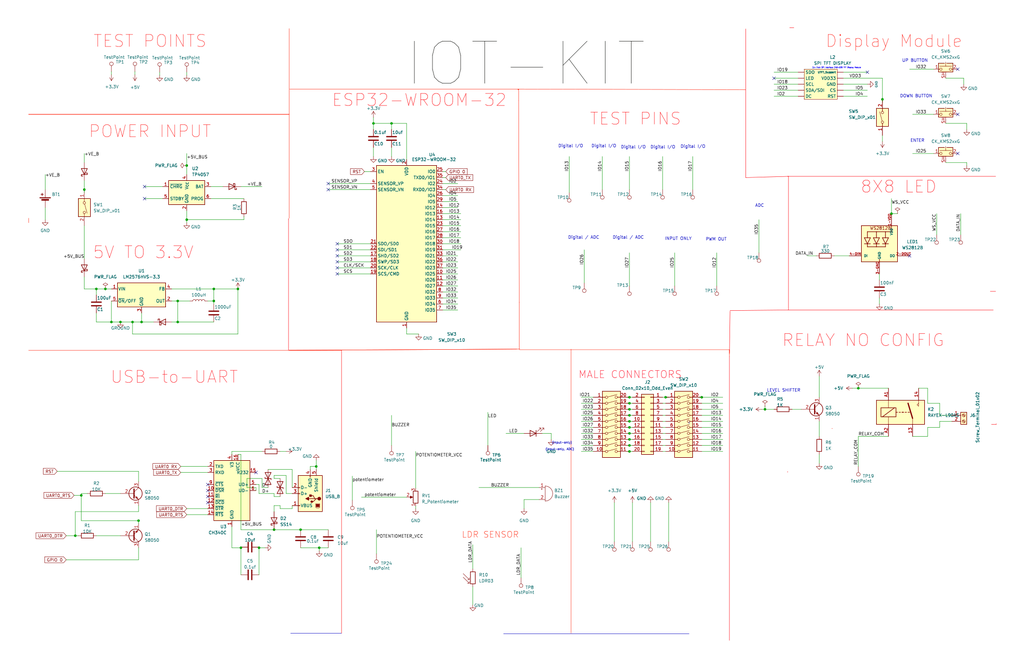
<source format=kicad_sch>
(kicad_sch (version 20231120) (generator "eeschema") (generator_version "8.0")
  (paper "B")
  (title_block (date "2025-03-24"))
  (lib_symbols
    (symbol "Battery_Management:TP4057"
      (property "Reference" "U" (at -6.35 6.604 0))
      (property "Value" "TP4057" (at 1.524 6.604 0))
      (symbol "TP4057_1_1"
        (pin open_collector line (at -10.16 2.54 0) (length 2.54) (name "~{CHRG}") (number "1"))
        (pin power_in line (at 0 -7.62 90) (length 2.54) (name "GND") (number "2"))
        (pin power_out line (at 10.16 2.54 180) (length 2.54) (name "BAT") (number "3"))
        (pin power_in line (at 0 7.62 270) (length 2.54) (name "V_{CC}") (number "4"))
        (pin open_collector line (at -10.16 -2.54 0) (length 2.54) (name "STDBY") (number "5"))
        (pin passive line (at 10.16 -2.54 180) (length 2.54) (name "PROG") (number "6"))
      )
    )
    (symbol "CUSTOM_LIB:2.4-inch_SPI_Interface_240×320_TFT_Display_ModuleRated_5.00_out_of_5_based_on_1customer_rating"
      (property "Reference" "L" (at 0.254 1.27 0))
      (symbol "2.4-inch_SPI_Interface_240×320_TFT_Display_ModuleRated_5.00_out_of_5_based_on_1customer_rating_1_1"
        (text "2.4-inch SPI Interface 240×320 TFT Display Module" (at 13.716 0.762 0) (effects (font (size 0.508 0.508))))
        (pin input line (at 16.51 -8.89 180) (length 2.54) (name "CS") (number ""))
        (pin input line (at -2.54 -11.43 0) (length 2.54) (name "DC") (number ""))
        (pin input line (at 16.51 -6.35 180) (length 2.54) (name "GND") (number ""))
        (pin input line (at -2.54 -3.81 0) (length 2.54) (name "LED") (number ""))
        (pin input line (at 16.51 -11.43 180) (length 2.54) (name "RST") (number ""))
        (pin input line (at -2.54 -6.35 0) (length 2.54) (name "SCL") (number ""))
        (pin input line (at -2.54 -8.89 0) (length 2.54) (name "SDA/SDI") (number ""))
        (pin input line (at -2.54 -1.27 0) (length 2.54) (name "SDO") (number ""))
        (pin input line (at 16.51 -1.27 180) (length 2.54) (name "UTFT_Support") (number ""))
        (pin input line (at 16.51 -3.81 180) (length 2.54) (name "VDD33") (number ""))
      )
    )
    (symbol "Connector:Screw_Terminal_01x02" (pin_names (offset 1.016) hide)
      (property "Reference" "J" (at 0 2.54 0))
      (property "Value" "Screw_Terminal_01x02" (at 0 -5.08 0))
      (symbol "Screw_Terminal_01x02_1_1"
        (pin passive line (at -5.08 0 0) (length 3.81) (name "Pin_1") (number "1"))
        (pin passive line (at -5.08 -2.54 0) (length 3.81) (name "Pin_2") (number "2"))
      )
    )
    (symbol "Connector:TestPoint" (pin_numbers hide) (pin_names (offset 0.762) hide)
      (property "Reference" "TP" (at 0 6.858 0))
      (property "Value" "TestPoint" (at 0 5.08 0))
      (symbol "TestPoint_1_1"
        (pin passive line (at 0 0 90) (length 2.54) (name "1") (number "1"))
      )
    )
    (symbol "Connector:USB_B" (pin_names (offset 1.016))
      (property "Reference" "J" (at -5.08 11.43 0))
      (property "Value" "USB_B" (at -5.08 8.89 0))
      (symbol "USB_B_1_1"
        (pin power_out line (at 7.62 5.08 180) (length 2.54) (name "VBUS") (number "1"))
        (pin bidirectional line (at 7.62 -2.54 180) (length 2.54) (name "D-") (number "2"))
        (pin bidirectional line (at 7.62 0 180) (length 2.54) (name "D+") (number "3"))
        (pin power_out line (at 0 -10.16 90) (length 2.54) (name "GND") (number "4"))
        (pin passive line (at -2.54 -10.16 90) (length 2.54) (name "Shield") (number "5"))
      )
    )
    (symbol "Connector_Generic:Conn_02x10_Odd_Even" (pin_names (offset 1.016) hide)
      (property "Reference" "J" (at 1.27 12.7 0))
      (property "Value" "Conn_02x10_Odd_Even" (at 1.27 -15.24 0))
      (symbol "Conn_02x10_Odd_Even_1_1"
        (pin passive line (at -5.08 10.16 0) (length 3.81) (name "Pin_1") (number "1"))
        (pin passive line (at 7.62 0 180) (length 3.81) (name "Pin_10") (number "10"))
        (pin passive line (at -5.08 -2.54 0) (length 3.81) (name "Pin_11") (number "11"))
        (pin passive line (at 7.62 -2.54 180) (length 3.81) (name "Pin_12") (number "12"))
        (pin passive line (at -5.08 -5.08 0) (length 3.81) (name "Pin_13") (number "13"))
        (pin passive line (at 7.62 -5.08 180) (length 3.81) (name "Pin_14") (number "14"))
        (pin passive line (at -5.08 -7.62 0) (length 3.81) (name "Pin_15") (number "15"))
        (pin passive line (at 7.62 -7.62 180) (length 3.81) (name "Pin_16") (number "16"))
        (pin passive line (at -5.08 -10.16 0) (length 3.81) (name "Pin_17") (number "17"))
        (pin passive line (at 7.62 -10.16 180) (length 3.81) (name "Pin_18") (number "18"))
        (pin passive line (at -5.08 -12.7 0) (length 3.81) (name "Pin_19") (number "19"))
        (pin passive line (at 7.62 10.16 180) (length 3.81) (name "Pin_2") (number "2"))
        (pin passive line (at 7.62 -12.7 180) (length 3.81) (name "Pin_20") (number "20"))
        (pin passive line (at -5.08 7.62 0) (length 3.81) (name "Pin_3") (number "3"))
        (pin passive line (at 7.62 7.62 180) (length 3.81) (name "Pin_4") (number "4"))
        (pin passive line (at -5.08 5.08 0) (length 3.81) (name "Pin_5") (number "5"))
        (pin passive line (at 7.62 5.08 180) (length 3.81) (name "Pin_6") (number "6"))
        (pin passive line (at -5.08 2.54 0) (length 3.81) (name "Pin_7") (number "7"))
        (pin passive line (at 7.62 2.54 180) (length 3.81) (name "Pin_8") (number "8"))
        (pin passive line (at -5.08 0 0) (length 3.81) (name "Pin_9") (number "9"))
      )
    )
    (symbol "Device:Battery_Cell" (pin_numbers hide) (pin_names (offset 0) hide)
      (property "Reference" "BT" (at 2.54 2.54 0))
      (property "Value" "Battery_Cell" (at 2.54 0 0))
      (symbol "Battery_Cell_1_1"
        (pin passive line (at 0 5.08 270) (length 2.54) (name "+") (number "1"))
        (pin passive line (at 0 -2.54 90) (length 2.54) (name "-") (number "2"))
      )
    )
    (symbol "Device:Buzzer" (pin_names (offset 0.0254) hide)
      (property "Reference" "BZ" (at 3.81 1.27 0))
      (property "Value" "Buzzer" (at 3.81 -1.27 0))
      (symbol "Buzzer_1_1"
        (pin passive line (at -2.54 2.54 0) (length 2.54) (name "+") (number "1"))
        (pin passive line (at -2.54 -2.54 0) (length 2.54) (name "-") (number "2"))
      )
    )
    (symbol "Device:C" (pin_numbers hide) (pin_names (offset 0.254))
      (property "Reference" "C" (at 0.635 2.54 0))
      (property "Value" "C" (at 0.635 -2.54 0))
      (symbol "C_1_1"
        (pin passive line (at 0 3.81 270) (length 2.794) (name "~") (number "1"))
        (pin passive line (at 0 -3.81 90) (length 2.794) (name "~") (number "2"))
      )
    )
    (symbol "Device:D_TVS" (pin_numbers hide) (pin_names (offset 1.016) hide)
      (property "Reference" "D" (at 0 2.54 0))
      (property "Value" "D_TVS" (at 0 -2.54 0))
      (symbol "D_TVS_1_1"
        (pin passive line (at -3.81 0 0) (length 2.54) (name "A1") (number "1"))
        (pin passive line (at 3.81 0 180) (length 2.54) (name "A2") (number "2"))
      )
    )
    (symbol "Device:L" (pin_numbers hide) (pin_names (offset 1.016) hide)
      (property "Reference" "L" (at -1.27 0 90))
      (property "Value" "L" (at 1.905 0 90))
      (symbol "L_1_1"
        (pin passive line (at 0 3.81 270) (length 1.27) (name "1") (number "1"))
        (pin passive line (at 0 -3.81 90) (length 1.27) (name "2") (number "2"))
      )
    )
    (symbol "Device:LED" (pin_numbers hide) (pin_names (offset 1.016) hide)
      (property "Reference" "D" (at 0 2.54 0))
      (property "Value" "LED" (at 0 -2.54 0))
      (symbol "LED_1_1"
        (pin passive line (at -3.81 0 0) (length 2.54) (name "K") (number "1"))
        (pin passive line (at 3.81 0 180) (length 2.54) (name "A") (number "2"))
      )
    )
    (symbol "Device:R" (pin_numbers hide) (pin_names (offset 0))
      (property "Reference" "R" (at 2.032 0 90))
      (property "Value" "R" (at 0 0 90))
      (symbol "R_1_1"
        (pin passive line (at 0 3.81 270) (length 1.27) (name "~") (number "1"))
        (pin passive line (at 0 -3.81 90) (length 1.27) (name "~") (number "2"))
      )
    )
    (symbol "Device:R_Potentiometer" (pin_names (offset 1.016) hide)
      (property "Reference" "RV" (at -4.445 0 90))
      (property "Value" "R_Potentiometer" (at -2.54 0 90))
      (symbol "R_Potentiometer_1_1"
        (pin passive line (at 0 3.81 270) (length 1.27) (name "1") (number "1"))
        (pin passive line (at 3.81 0 180) (length 1.27) (name "2") (number "2"))
        (pin passive line (at 0 -3.81 90) (length 1.27) (name "3") (number "3"))
      )
    )
    (symbol "Diode:MBR0560" (pin_numbers hide) (pin_names (offset 1.016) hide)
      (property "Reference" "D" (at 0 2.54 0))
      (property "Value" "MBR0560" (at 0 -2.54 0))
      (symbol "MBR0560_1_1"
        (pin passive line (at -3.81 0 0) (length 2.54) (name "K") (number "1"))
        (pin passive line (at 3.81 0 180) (length 2.54) (name "A") (number "2"))
      )
    )
    (symbol "Diode:SS14" (pin_numbers hide) (pin_names (offset 1.016) hide)
      (property "Reference" "D" (at 0 2.54 0))
      (property "Value" "SS14" (at 0 -2.54 0))
      (symbol "SS14_1_1"
        (pin passive line (at -3.81 0 0) (length 2.54) (name "K") (number "1"))
        (pin passive line (at 3.81 0 180) (length 2.54) (name "A") (number "2"))
      )
    )
    (symbol "Interface_USB:CH340C"
      (property "Reference" "U" (at -5.08 13.97 0))
      (property "Value" "CH340C" (at 1.27 13.97 0))
      (symbol "CH340C_1_1"
        (pin power_in line (at 0 -15.24 90) (length 2.54) (name "GND") (number "1"))
        (pin input line (at 10.16 0 180) (length 2.54) (name "~{DSR}") (number "10"))
        (pin input line (at 10.16 -2.54 180) (length 2.54) (name "~{RI}") (number "11"))
        (pin input line (at 10.16 -5.08 180) (length 2.54) (name "~{DCD}") (number "12"))
        (pin output line (at 10.16 -7.62 180) (length 2.54) (name "~{DTR}") (number "13"))
        (pin output line (at 10.16 -10.16 180) (length 2.54) (name "~{RTS}") (number "14"))
        (pin input line (at -10.16 7.62 0) (length 2.54) (name "R232") (number "15"))
        (pin power_in line (at -2.54 15.24 270) (length 2.54) (name "VCC") (number "16"))
        (pin output line (at 10.16 10.16 180) (length 2.54) (name "TXD") (number "2"))
        (pin input line (at 10.16 7.62 180) (length 2.54) (name "RXD") (number "3"))
        (pin power_out line (at 0 15.24 270) (length 2.54) (name "V3") (number "4"))
        (pin bidirectional line (at -10.16 2.54 0) (length 2.54) (name "UD+") (number "5"))
        (pin bidirectional line (at -10.16 0 0) (length 2.54) (name "UD-") (number "6"))
        (pin no_connect line (at -7.62 -5.08 0) (length 2.54) hide (name "NC") (number "7"))
        (pin no_connect line (at -7.62 -7.62 0) (length 2.54) hide (name "NC") (number "8"))
        (pin input line (at 10.16 2.54 180) (length 2.54) (name "~{CTS}") (number "9"))
      )
    )
    (symbol "RF_Module:ESP32-WROOM-32"
      (property "Reference" "U" (at -12.7 34.29 0))
      (property "Value" "ESP32-WROOM-32" (at 1.27 34.29 0))
      (symbol "ESP32-WROOM-32_1_1"
        (pin power_in line (at 0 -35.56 90) (length 2.54) (name "GND") (number "1"))
        (pin bidirectional line (at 15.24 -12.7 180) (length 2.54) (name "IO25") (number "10"))
        (pin bidirectional line (at 15.24 -15.24 180) (length 2.54) (name "IO26") (number "11"))
        (pin bidirectional line (at 15.24 -17.78 180) (length 2.54) (name "IO27") (number "12"))
        (pin bidirectional line (at 15.24 10.16 180) (length 2.54) (name "IO14") (number "13"))
        (pin bidirectional line (at 15.24 15.24 180) (length 2.54) (name "IO12") (number "14"))
        (pin passive line (at 0 -35.56 90) (length 2.54) hide (name "GND") (number "15"))
        (pin bidirectional line (at 15.24 12.7 180) (length 2.54) (name "IO13") (number "16"))
        (pin bidirectional line (at -15.24 -5.08 0) (length 2.54) (name "SHD/SD2") (number "17"))
        (pin bidirectional line (at -15.24 -7.62 0) (length 2.54) (name "SWP/SD3") (number "18"))
        (pin bidirectional line (at -15.24 -12.7 0) (length 2.54) (name "SCS/CMD") (number "19"))
        (pin power_in line (at 0 35.56 270) (length 2.54) (name "VDD") (number "2"))
        (pin bidirectional line (at -15.24 -10.16 0) (length 2.54) (name "SCK/CLK") (number "20"))
        (pin bidirectional line (at -15.24 0 0) (length 2.54) (name "SDO/SD0") (number "21"))
        (pin bidirectional line (at -15.24 -2.54 0) (length 2.54) (name "SDI/SD1") (number "22"))
        (pin bidirectional line (at 15.24 7.62 180) (length 2.54) (name "IO15") (number "23"))
        (pin bidirectional line (at 15.24 25.4 180) (length 2.54) (name "IO2") (number "24"))
        (pin bidirectional line (at 15.24 30.48 180) (length 2.54) (name "IO0") (number "25"))
        (pin bidirectional line (at 15.24 20.32 180) (length 2.54) (name "IO4") (number "26"))
        (pin bidirectional line (at 15.24 5.08 180) (length 2.54) (name "IO16") (number "27"))
        (pin bidirectional line (at 15.24 2.54 180) (length 2.54) (name "IO17") (number "28"))
        (pin bidirectional line (at 15.24 17.78 180) (length 2.54) (name "IO5") (number "29"))
        (pin input line (at -15.24 30.48 0) (length 2.54) (name "EN") (number "3"))
        (pin bidirectional line (at 15.24 0 180) (length 2.54) (name "IO18") (number "30"))
        (pin bidirectional line (at 15.24 -2.54 180) (length 2.54) (name "IO19") (number "31"))
        (pin no_connect line (at -12.7 -27.94 0) (length 2.54) hide (name "NC") (number "32"))
        (pin bidirectional line (at 15.24 -5.08 180) (length 2.54) (name "IO21") (number "33"))
        (pin bidirectional line (at 15.24 22.86 180) (length 2.54) (name "RXD0/IO3") (number "34"))
        (pin bidirectional line (at 15.24 27.94 180) (length 2.54) (name "TXD0/IO1") (number "35"))
        (pin bidirectional line (at 15.24 -7.62 180) (length 2.54) (name "IO22") (number "36"))
        (pin bidirectional line (at 15.24 -10.16 180) (length 2.54) (name "IO23") (number "37"))
        (pin passive line (at 0 -35.56 90) (length 2.54) hide (name "GND") (number "38"))
        (pin passive line (at 0 -35.56 90) (length 2.54) hide (name "GND") (number "39"))
        (pin input line (at -15.24 25.4 0) (length 2.54) (name "SENSOR_VP") (number "4"))
        (pin input line (at -15.24 22.86 0) (length 2.54) (name "SENSOR_VN") (number "5"))
        (pin input line (at 15.24 -25.4 180) (length 2.54) (name "IO34") (number "6"))
        (pin input line (at 15.24 -27.94 180) (length 2.54) (name "IO35") (number "7"))
        (pin bidirectional line (at 15.24 -20.32 180) (length 2.54) (name "IO32") (number "8"))
        (pin bidirectional line (at 15.24 -22.86 180) (length 2.54) (name "IO33") (number "9"))
      )
    )
    (symbol "Regulator_Switching:LM2576HVS-3.3" (pin_names (offset 0.254))
      (property "Reference" "U" (at -10.16 6.35 0))
      (property "Value" "LM2576HVS-3.3" (at 0 6.35 0))
      (symbol "LM2576HVS-3.3_1_1"
        (pin power_in line (at -12.7 2.54 0) (length 2.54) (name "VIN") (number "1"))
        (pin output line (at 12.7 -2.54 180) (length 2.54) (name "OUT") (number "2"))
        (pin power_in line (at 0 -7.62 90) (length 2.54) (name "GND") (number "3"))
        (pin input line (at 12.7 2.54 180) (length 2.54) (name "FB") (number "4"))
        (pin input line (at -12.7 -2.54 0) (length 2.54) (name "~{ON}/OFF") (number "5"))
      )
    )
    (symbol "Relay:RAYEX-L90AS"
      (property "Reference" "K" (at 11.43 3.81 0))
      (property "Value" "RAYEX-L90AS" (at 11.43 1.27 0))
      (symbol "RAYEX-L90AS_1_1"
        (pin passive line (at 5.08 -10.16 90) (length 5.08) (name "~") (number "13"))
        (pin passive line (at 7.62 10.16 270) (length 5.08) (name "~") (number "14"))
        (pin passive line (at -5.08 10.16 270) (length 5.08) (name "~") (number "A1"))
        (pin passive line (at -5.08 -10.16 90) (length 5.08) (name "~") (number "A2"))
      )
    )
    (symbol "Sensor_Optical:LDR03" (pin_numbers hide) (pin_names (offset 0))
      (property "Reference" "R" (at -5.08 0 90))
      (property "Value" "LDR03" (at 1.905 0 90))
      (symbol "LDR03_1_1"
        (pin passive line (at 0 3.81 270) (length 1.27) (name "~") (number "1"))
        (pin passive line (at 0 -3.81 90) (length 1.27) (name "~") (number "2"))
      )
    )
    (symbol "Switch:CK_KMS2xxG" (pin_names (offset 1.016) hide)
      (property "Reference" "SW" (at 4.318 2.032 0))
      (property "Value" "CK_KMS2xxG" (at 0 4.572 0))
      (symbol "CK_KMS2xxG_0_1"
        (pin passive line (at -5.08 0 0) (length 2.54) (name "1") (number "1"))
        (pin passive line (at 5.08 0 180) (length 2.54) (name "2") (number "2"))
      )
      (symbol "CK_KMS2xxG_1_1"
        (pin passive line (at 0 -3.81 90) (length 2.54) (name "B") (number "SH"))
      )
    )
    (symbol "Switch:SW_DIP_x01" (pin_names (offset 0) hide)
      (property "Reference" "SW" (at 0 3.81 0))
      (property "Value" "SW_DIP_x01" (at 0 -3.81 0))
      (symbol "SW_DIP_x01_1_1"
        (pin passive line (at -7.62 0 0) (length 5.08) (name "~") (number "1"))
        (pin passive line (at 7.62 0 180) (length 5.08) (name "~") (number "2"))
      )
    )
    (symbol "Switch:SW_DIP_x10" (pin_names (offset 0) hide)
      (property "Reference" "SW" (at 0 16.51 0))
      (property "Value" "SW_DIP_x10" (at 0 -13.97 0))
      (symbol "SW_DIP_x10_1_1"
        (pin passive line (at -7.62 12.7 0) (length 5.08) (name "~") (number "1"))
        (pin passive line (at -7.62 -10.16 0) (length 5.08) (name "~") (number "10"))
        (pin passive line (at 7.62 -10.16 180) (length 5.08) (name "~") (number "11"))
        (pin passive line (at 7.62 -7.62 180) (length 5.08) (name "~") (number "12"))
        (pin passive line (at 7.62 -5.08 180) (length 5.08) (name "~") (number "13"))
        (pin passive line (at 7.62 -2.54 180) (length 5.08) (name "~") (number "14"))
        (pin passive line (at 7.62 0 180) (length 5.08) (name "~") (number "15"))
        (pin passive line (at 7.62 2.54 180) (length 5.08) (name "~") (number "16"))
        (pin passive line (at 7.62 5.08 180) (length 5.08) (name "~") (number "17"))
        (pin passive line (at 7.62 7.62 180) (length 5.08) (name "~") (number "18"))
        (pin passive line (at 7.62 10.16 180) (length 5.08) (name "~") (number "19"))
        (pin passive line (at -7.62 10.16 0) (length 5.08) (name "~") (number "2"))
        (pin passive line (at 7.62 12.7 180) (length 5.08) (name "~") (number "20"))
        (pin passive line (at -7.62 7.62 0) (length 5.08) (name "~") (number "3"))
        (pin passive line (at -7.62 5.08 0) (length 5.08) (name "~") (number "4"))
        (pin passive line (at -7.62 2.54 0) (length 5.08) (name "~") (number "5"))
        (pin passive line (at -7.62 0 0) (length 5.08) (name "~") (number "6"))
        (pin passive line (at -7.62 -2.54 0) (length 5.08) (name "~") (number "7"))
        (pin passive line (at -7.62 -5.08 0) (length 5.08) (name "~") (number "8"))
        (pin passive line (at -7.62 -7.62 0) (length 5.08) (name "~") (number "9"))
      )
    )
    (symbol "Transistor_BJT:S8050" (pin_names (offset 0) hide)
      (property "Reference" "Q" (at 5.08 1.905 0))
      (property "Value" "S8050" (at 5.08 0 0))
      (symbol "S8050_1_1"
        (pin passive line (at 2.54 -5.08 90) (length 2.54) (name "E") (number "1"))
        (pin input line (at -5.08 0 0) (length 5.08) (name "B") (number "2"))
        (pin passive line (at 2.54 5.08 270) (length 2.54) (name "C") (number "3"))
      )
    )
    (symbol "WS2812B:WS2812B" (pin_names (offset 1.016))
      (property "Reference" "LED" (at 0 0 0))
      (property "Value" "WS2812B" (at 0 0 0))
      (symbol "WS2812B_0_0"
        (text "WS2812B" (at -4.064 8.382 0) (effects (font (size 1.27 1.27)) (justify left bottom)))
        (pin power_in line (at 5.08 15.24 270) (length 5.08) (name "VDD") (number "1-VDD"))
        (pin output line (at 12.7 -2.54 180) (length 5.08) (name "DO") (number "2-DOUT"))
        (pin power_in line (at 0 -10.16 90) (length 5.08) (name "GND") (number "3-GND"))
        (pin input line (at -12.7 -2.54 0) (length 5.08) (name "DI") (number "4-DIN"))
      )
    )
    (symbol "power:+3.3V" (power) (pin_names (offset 0))
      (property "Value" "+3.3V" (at 0 3.556 0))
      (symbol "+3.3V_1_1"
        (pin power_in line (at 0 0 90) (length 0) hide (name "+3.3V") (number "1"))
      )
    )
    (symbol "power:+5V" (power) (pin_names (offset 0))
      (property "Value" "+5V" (at 0 3.556 0))
      (symbol "+5V_1_1"
        (pin power_in line (at 0 0 90) (length 0) hide (name "+5V") (number "1"))
      )
    )
    (symbol "power:GND" (power) (pin_names (offset 0))
      (property "Value" "GND" (at 0 -3.81 0))
      (symbol "GND_1_1"
        (pin power_in line (at 0 0 270) (length 0) hide (name "GND") (number "1"))
      )
    )
    (symbol "power:PWR_FLAG" (power) (pin_numbers hide) (pin_names (offset 0) hide)
      (property "Value" "PWR_FLAG" (at 0 3.81 0))
      (symbol "PWR_FLAG_0_0"
        (pin power_out line (at 0 0 90) (length 0) (name "~") (number "1"))
      )
    )
    (symbol "power:VCC" (power) (pin_names (offset 0))
      (property "Value" "VCC" (at 0 3.81 0))
      (symbol "VCC_1_1"
        (pin power_in line (at 0 0 90) (length 0) hide (name "VCC") (number "1"))
      )
    )
  )
  (junction (at 265.43 190.5))
  (junction (at 372.11 41.91))
  (junction (at 50.8 135.89))
  (junction (at 109.22 231.14))
  (junction (at 78.74 69.85))
  (junction (at 59.69 135.89))
  (junction (at 90.17 121.92))
  (junction (at 55.88 135.89))
  (junction (at 265.43 172.72))
  (junction (at 295.91 167.64))
  (junction (at 280.67 167.64))
  (junction (at 265.43 175.26))
  (junction (at 34.29 209.042))
  (junction (at 265.43 167.64))
  (junction (at 157.48 52.07))
  (junction (at 74.93 127))
  (junction (at 40.64 121.92))
  (junction (at 115.57 223.52))
  (junction (at 322.58 172.72))
  (junction (at 133.35 196.85))
  (junction (at 265.43 187.96))
  (junction (at 375.92 90.17))
  (junction (at 265.43 185.42))
  (junction (at 165.1 52.07))
  (junction (at 58.42 219.71))
  (junction (at 100.33 121.92))
  (junction (at 44.45 121.92))
  (junction (at 265.43 170.18))
  (junction (at 126.746 223.52))
  (junction (at 74.93 135.89))
  (junction (at 90.17 127))
  (junction (at 134.62 231.14))
  (junction (at 78.74 92.71))
  (junction (at 265.43 182.88))
  (junction (at 35.56 80.01))
  (junction (at 101.6 231.14))
  (junction (at 31.75 226.06))
  (junction (at 46.99 135.89))
  (junction (at 265.43 180.34))
  (junction (at 361.95 163.83))
  (junction (at 265.43 177.8))
  (no_connect (at 142.24 113.03))
  (no_connect (at 403.86 64.77))
  (no_connect (at 142.24 110.49))
  (no_connect (at 138.43 77.47))
  (no_connect (at 403.86 48.26))
  (no_connect (at 383.54 107.95))
  (no_connect (at 365.76 30.48))
  (no_connect (at 60.96 83.82))
  (no_connect (at 142.24 107.95))
  (no_connect (at 138.43 80.01))
  (no_connect (at 326.39 33.02))
  (no_connect (at 142.24 115.57))
  (no_connect (at 60.96 78.74))
  (no_connect (at 87.63 209.55))
  (no_connect (at 142.24 102.87))
  (no_connect (at 87.63 212.09))
  (no_connect (at 403.86 29.21))
  (no_connect (at 142.24 105.41))
  (no_connect (at 107.95 199.39))
  (no_connect (at 87.63 207.01))
  (no_connect (at 87.63 204.47))
  (wire (pts (xy 40.64 121.92) (xy 35.56 121.92)))
  (wire (pts (xy 205.74 173.99) (xy 205.74 187.96)))
  (wire (pts (xy 250.19 177.8) (xy 245.11 177.8)))
  (wire (pts (xy 186.69 92.71) (xy 194.31 92.71)))
  (wire (pts (xy 391.16 163.83) (xy 391.16 170.18)))
  (polyline (pts (xy 12.065 48.26) (xy 121.92 48.26)) (stroke (width 0) (type solid) (color 255 37 15 1)))
  (wire (pts (xy 265.43 175.26) (xy 266.7 175.26)))
  (wire (pts (xy 101.6 78.74) (xy 110.49 78.74)))
  (wire (pts (xy 326.39 35.56) (xy 336.55 35.56)))
  (wire (pts (xy 60.96 78.74) (xy 68.58 78.74)))
  (wire (pts (xy 396.24 177.8) (xy 401.32 177.8)))
  (wire (pts (xy 264.668 167.64) (xy 265.43 167.64)))
  (polyline (pts (xy 144.018 147.828) (xy 144.018 267.208)) (stroke (width 0) (type solid) (color 255 4 4 1)))
  (wire (pts (xy 322.58 172.72) (xy 321.31 172.72)))
  (wire (pts (xy 265.43 170.18) (xy 266.7 170.18)))
  (wire (pts (xy 90.17 121.92) (xy 90.17 127)))
  (polyline (pts (xy 121.92 12.065) (xy 121.92 48.26)) (stroke (width 0) (type solid) (color 255 37 15 1)))
  (wire (pts (xy 19.05 87.63) (xy 19.05 92.71)))
  (wire (pts (xy 35.56 76.2) (xy 35.56 80.01)))
  (wire (pts (xy 158.75 223.52) (xy 158.75 233.68)))
  (wire (pts (xy 157.48 52.07) (xy 165.1 52.07)))
  (wire (pts (xy 186.69 87.63) (xy 193.04 87.63)))
  (wire (pts (xy 396.24 180.34) (xy 396.24 177.8)))
  (wire (pts (xy 171.45 52.07) (xy 171.45 67.31)))
  (wire (pts (xy 50.8 135.89) (xy 46.99 135.89)))
  (wire (pts (xy 31.75 215.9) (xy 58.42 215.9)))
  (wire (pts (xy 31.75 215.9) (xy 31.75 226.06)))
  (wire (pts (xy 46.99 31.496) (xy 46.99 30.226)))
  (wire (pts (xy 46.99 127) (xy 46.99 135.89)))
  (wire (pts (xy 320.04 92.71) (xy 320.04 106.68)))
  (polyline (pts (xy 121.92 92.075) (xy 121.92 48.26)) (stroke (width 0) (type solid) (color 255 37 15 1)))
  (wire (pts (xy 264.668 187.96) (xy 265.43 187.96)))
  (wire (pts (xy 186.69 72.39) (xy 187.96 72.39)))
  (wire (pts (xy 101.6 191.77) (xy 100.33 191.77)))
  (polyline (pts (xy 307.594 150.368) (xy 307.594 270.256)) (stroke (width 0) (color 255 7 19 1)))
  (wire (pts (xy 46.99 135.89) (xy 40.64 135.89)))
  (wire (pts (xy 186.69 105.41) (xy 194.31 105.41)))
  (wire (pts (xy 27.94 226.06) (xy 31.75 226.06)))
  (wire (pts (xy 279.4 182.88) (xy 280.67 182.88)))
  (wire (pts (xy 186.69 80.01) (xy 187.96 80.01)))
  (wire (pts (xy 186.69 100.33) (xy 194.31 100.33)))
  (polyline (pts (xy 290.576 147.574) (xy 307.594 147.574)) (stroke (width 0) (type solid) (color 255 37 15 1)))
  (wire (pts (xy 34.29 219.71) (xy 34.29 209.042)))
  (wire (pts (xy 281.94 212.09) (xy 281.94 228.6)))
  (wire (pts (xy 186.69 102.87) (xy 194.31 102.87)))
  (wire (pts (xy 186.69 85.09) (xy 193.04 85.09)))
  (wire (pts (xy 264.668 180.34) (xy 265.43 180.34)))
  (wire (pts (xy 104.14 201.93) (xy 110.49 201.93)))
  (wire (pts (xy 372.11 41.91) (xy 372.11 43.18)))
  (wire (pts (xy 186.69 74.93) (xy 187.96 74.93)))
  (wire (pts (xy 186.69 77.47) (xy 193.04 77.47)))
  (wire (pts (xy 279.4 177.8) (xy 280.67 177.8)))
  (wire (pts (xy 115.57 200.66) (xy 120.65 200.66)))
  (polyline (pts (xy 331.978 199.136) (xy 332.232 199.136)) (stroke (width 0) (color 255 0 9 1)))
  (wire (pts (xy 97.79 222.25) (xy 97.79 231.14)))
  (wire (pts (xy 391.16 170.18) (xy 396.24 170.18)))
  (wire (pts (xy 384.81 64.77) (xy 393.7 64.77)))
  (wire (pts (xy 351.79 107.95) (xy 358.14 107.95)))
  (wire (pts (xy 398.78 52.07) (xy 407.67 52.07)))
  (polyline (pts (xy 332.232 74.422) (xy 332.486 74.422)) (stroke (width 0) (color 255 0 9 1)))
  (wire (pts (xy 322.58 172.72) (xy 326.39 172.72)))
  (wire (pts (xy 232.41 182.88) (xy 232.41 185.42)))
  (wire (pts (xy 264.668 175.26) (xy 265.43 175.26)))
  (wire (pts (xy 391.16 184.15) (xy 391.16 180.34)))
  (wire (pts (xy 370.84 125.73) (xy 370.84 128.27)))
  (polyline (pts (xy 332.994 11.684) (xy 334.772 11.684)) (stroke (width 0) (color 255 0 9 1)))
  (wire (pts (xy 175.26 190.5) (xy 175.26 205.994)))
  (wire (pts (xy 109.22 208.28) (xy 115.57 208.28)))
  (polyline (pts (xy 420.116 178.816) (xy 420.116 179.07)) (stroke (width 0) (color 255 3 10 1)))
  (wire (pts (xy 59.69 135.89) (xy 64.77 135.89)))
  (wire (pts (xy 259.08 212.09) (xy 259.08 228.6)))
  (wire (pts (xy 58.42 219.71) (xy 58.42 220.98)))
  (wire (pts (xy 97.79 190.5) (xy 97.79 191.77)))
  (wire (pts (xy 55.88 140.97) (xy 100.33 140.97)))
  (wire (pts (xy 157.48 49.53) (xy 157.48 52.07)))
  (polyline (pts (xy 218.44 37.592) (xy 218.44 37.846)) (stroke (width 0) (type solid) (color 255 37 15 1)))
  (wire (pts (xy 109.22 204.47) (xy 109.22 208.28)))
  (wire (pts (xy 142.24 115.57) (xy 156.21 115.57)))
  (wire (pts (xy 292.1 66.04) (xy 292.1 80.01)))
  (wire (pts (xy 264.668 190.5) (xy 265.43 190.5)))
  (wire (pts (xy 115.57 209.55) (xy 118.11 209.55)))
  (wire (pts (xy 295.91 167.64) (xy 304.8 167.64)))
  (wire (pts (xy 279.4 167.64) (xy 280.67 167.64)))
  (wire (pts (xy 295.91 190.5) (xy 304.8 190.5)))
  (polyline (pts (xy 218.948 127.508) (xy 218.948 147.32)) (stroke (width 0) (type solid) (color 255 37 15 1)))
  (wire (pts (xy 375.92 83.82) (xy 375.92 90.17)))
  (wire (pts (xy 97.79 190.5) (xy 110.49 190.5)))
  (wire (pts (xy 355.6 35.56) (xy 365.76 35.56)))
  (wire (pts (xy 279.4 190.5) (xy 280.67 190.5)))
  (wire (pts (xy 265.43 66.04) (xy 265.43 80.01)))
  (wire (pts (xy 78.74 69.85) (xy 78.74 73.66)))
  (wire (pts (xy 372.11 33.02) (xy 372.11 41.91)))
  (wire (pts (xy 186.69 110.49) (xy 193.04 110.49)))
  (wire (pts (xy 58.42 198.882) (xy 58.42 203.2)))
  (wire (pts (xy 326.39 40.64) (xy 336.55 40.64)))
  (wire (pts (xy 134.62 231.14) (xy 138.43 231.14)))
  (wire (pts (xy 165.1 175.26) (xy 165.1 187.96)))
  (wire (pts (xy 19.05 73.66) (xy 19.05 80.01)))
  (wire (pts (xy 27.94 236.22) (xy 58.42 236.22)))
  (wire (pts (xy 186.69 97.79) (xy 194.31 97.79)))
  (wire (pts (xy 134.62 231.14) (xy 134.62 232.41)))
  (wire (pts (xy 186.69 123.19) (xy 193.04 123.19)))
  (polyline (pts (xy 218.694 37.592) (xy 218.694 37.846)) (stroke (width 0) (type solid) (color 255 37 15 1)))
  (wire (pts (xy 394.97 90.17) (xy 394.97 99.06)))
  (wire (pts (xy 120.65 208.28) (xy 123.19 208.28)))
  (wire (pts (xy 245.11 167.64) (xy 250.19 167.64)))
  (wire (pts (xy 279.4 66.04) (xy 279.4 80.01)))
  (wire (pts (xy 123.19 198.12) (xy 123.19 205.74)))
  (wire (pts (xy 355.6 33.02) (xy 372.11 33.02)))
  (wire (pts (xy 384.81 184.15) (xy 391.16 184.15)))
  (wire (pts (xy 107.95 207.01) (xy 107.95 205.74)))
  (wire (pts (xy 355.6 40.64) (xy 365.76 40.64)))
  (polyline (pts (xy 218.948 147.574) (xy 290.576 147.574)) (stroke (width 0) (type solid) (color 255 37 15 1)))
  (wire (pts (xy 109.22 231.14) (xy 109.22 230.886)))
  (wire (pts (xy 266.7 212.09) (xy 266.7 228.6)))
  (wire (pts (xy 398.78 33.02) (xy 406.4 33.02)))
  (wire (pts (xy 396.24 175.26) (xy 401.32 175.26)))
  (wire (pts (xy 101.6 242.57) (xy 101.6 231.14)))
  (wire (pts (xy 88.9 78.74) (xy 93.98 78.74)))
  (wire (pts (xy 118.11 190.5) (xy 120.65 190.5)))
  (wire (pts (xy 78.74 88.9) (xy 78.74 92.71)))
  (wire (pts (xy 59.69 135.89) (xy 55.88 135.89)))
  (polyline (pts (xy 290.576 178.816) (xy 290.576 178.054)))
  (wire (pts (xy 133.35 194.31) (xy 133.35 196.85)))
  (wire (pts (xy 115.57 223.52) (xy 126.746 223.52)))
  (wire (pts (xy 295.91 185.42) (xy 304.8 185.42)))
  (wire (pts (xy 359.41 163.83) (xy 361.95 163.83)))
  (polyline (pts (xy 212.344 267.462) (xy 290.576 267.462)))
  (wire (pts (xy 361.95 184.15) (xy 361.95 196.85)))
  (wire (pts (xy 254 66.04) (xy 254 80.01)))
  (wire (pts (xy 101.6 223.52) (xy 115.57 223.52)))
  (wire (pts (xy 142.24 113.03) (xy 156.21 113.03)))
  (wire (pts (xy 406.4 33.02) (xy 406.4 35.56)))
  (wire (pts (xy 115.57 200.66) (xy 115.57 201.93)))
  (wire (pts (xy 245.11 190.5) (xy 250.19 190.5)))
  (wire (pts (xy 186.69 130.81) (xy 193.04 130.81)))
  (wire (pts (xy 138.43 80.01) (xy 156.21 80.01)))
  (wire (pts (xy 345.44 191.77) (xy 345.44 195.58)))
  (wire (pts (xy 265.43 177.8) (xy 266.7 177.8)))
  (wire (pts (xy 199.39 247.65) (xy 199.39 255.27)))
  (wire (pts (xy 265.43 185.42) (xy 266.7 185.42)))
  (wire (pts (xy 142.24 107.95) (xy 156.21 107.95)))
  (wire (pts (xy 120.65 200.66) (xy 120.65 208.28)))
  (wire (pts (xy 384.81 48.26) (xy 393.7 48.26)))
  (wire (pts (xy 407.67 52.07) (xy 407.67 54.61)))
  (wire (pts (xy 250.19 185.42) (xy 245.11 185.42)))
  (wire (pts (xy 78.74 92.71) (xy 78.74 93.98)))
  (wire (pts (xy 101.6 231.14) (xy 101.6 230.886)))
  (wire (pts (xy 391.16 180.34) (xy 396.24 180.34)))
  (wire (pts (xy 55.88 135.89) (xy 50.8 135.89)))
  (wire (pts (xy 113.03 198.12) (xy 123.19 198.12)))
  (wire (pts (xy 78.74 31.75) (xy 78.74 30.48)))
  (wire (pts (xy 55.88 135.89) (xy 55.88 140.97)))
  (wire (pts (xy 175.26 213.614) (xy 175.26 214.63)))
  (wire (pts (xy 295.91 187.96) (xy 304.8 187.96)))
  (polyline (pts (xy 418.846 130.81) (xy 332.486 130.81)) (stroke (width 0) (color 255 0 9 1)))
  (wire (pts (xy 186.69 107.95) (xy 193.04 107.95)))
  (wire (pts (xy 264.668 172.72) (xy 265.43 172.72)))
  (wire (pts (xy 109.22 242.57) (xy 109.22 231.14)))
  (wire (pts (xy 186.69 125.73) (xy 193.04 125.73)))
  (wire (pts (xy 100.33 140.97) (xy 100.33 121.92)))
  (wire (pts (xy 240.03 66.04) (xy 240.03 81.28)))
  (wire (pts (xy 265.43 172.72) (xy 266.7 172.72)))
  (polyline (pts (xy 350.774 180.848) (xy 351.028 180.848)) (stroke (width 0) (type solid) (color 255 37 15 1)))
  (wire (pts (xy 76.2 199.39) (xy 87.63 199.39)))
  (wire (pts (xy 250.19 180.34) (xy 245.11 180.34)))
  (wire (pts (xy 295.91 172.72) (xy 304.8 172.72)))
  (wire (pts (xy 186.69 90.17) (xy 194.31 90.17)))
  (wire (pts (xy 101.6 223.52) (xy 101.6 191.77)))
  (polyline (pts (xy 417.576 122.936) (xy 419.862 122.936)) (stroke (width 0) (color 255 0 9 1)))
  (wire (pts (xy 74.93 127) (xy 72.39 127)))
  (wire (pts (xy 274.32 212.09) (xy 274.32 228.6)))
  (wire (pts (xy 186.69 113.03) (xy 193.04 113.03)))
  (wire (pts (xy 279.4 175.26) (xy 280.67 175.26)))
  (wire (pts (xy 115.57 208.28) (xy 115.57 209.55)))
  (wire (pts (xy 60.96 83.82) (xy 68.58 83.82)))
  (wire (pts (xy 375.92 90.17) (xy 378.46 90.17)))
  (wire (pts (xy 107.95 205.74) (xy 104.14 205.74)))
  (wire (pts (xy 40.64 121.92) (xy 44.45 121.92)))
  (wire (pts (xy 264.668 177.8) (xy 265.43 177.8)))
  (polyline (pts (xy 12.065 147.828) (xy 144.018 147.828)) (stroke (width 0) (type solid) (color 255 37 15 1)))
  (wire (pts (xy 165.1 62.23) (xy 165.1 66.04)))
  (polyline (pts (xy 219.202 147.32) (xy 121.92 147.828)) (stroke (width 0) (type solid) (color 255 37 15 1)))
  (polyline (pts (xy 332.486 130.81) (xy 307.848 131.064)) (stroke (width 0) (color 255 0 9 1)))
  (wire (pts (xy 250.19 170.18) (xy 245.11 170.18)))
  (polyline (pts (xy 218.694 37.592) (xy 218.44 37.592)) (stroke (width 0) (type solid) (color 255 37 15 1)))
  (wire (pts (xy 265.43 190.5) (xy 266.7 190.5)))
  (wire (pts (xy 31.75 226.06) (xy 33.02 226.06)))
  (wire (pts (xy 34.29 219.71) (xy 58.42 219.71)))
  (wire (pts (xy 115.57 213.36) (xy 115.57 215.9)))
  (polyline (pts (xy 144.018 267.208) (xy 122.555 267.208)))
  (wire (pts (xy 78.74 217.17) (xy 87.63 217.17)))
  (polyline (pts (xy 218.44 37.846) (xy 218.694 37.846)) (stroke (width 0) (type solid) (color 255 37 15 1)))
  (wire (pts (xy 265.43 182.88) (xy 266.7 182.88)))
  (wire (pts (xy 130.81 198.12) (xy 130.81 196.85)))
  (wire (pts (xy 279.4 187.96) (xy 280.67 187.96)))
  (wire (pts (xy 361.95 184.15) (xy 374.65 184.15)))
  (wire (pts (xy 153.67 72.39) (xy 156.21 72.39)))
  (wire (pts (xy 44.45 208.28) (xy 50.8 208.28)))
  (wire (pts (xy 152.4 209.804) (xy 171.45 209.804)))
  (wire (pts (xy 44.45 121.92) (xy 46.99 121.92)))
  (wire (pts (xy 165.1 52.07) (xy 165.1 54.61)))
  (wire (pts (xy 387.35 163.83) (xy 391.16 163.83)))
  (polyline (pts (xy 121.666 92.202) (xy 121.666 92.71)) (stroke (width 0) (color 255 0 13 1)))
  (polyline (pts (xy 332.486 130.81) (xy 332.486 74.422)) (stroke (width 0) (color 255 0 9 1)))
  (wire (pts (xy 58.42 213.36) (xy 58.42 215.9)))
  (wire (pts (xy 279.4 180.34) (xy 280.67 180.34)))
  (wire (pts (xy 264.668 170.18) (xy 265.43 170.18)))
  (wire (pts (xy 110.49 201.93) (xy 110.49 205.74)))
  (wire (pts (xy 383.54 29.21) (xy 393.7 29.21)))
  (wire (pts (xy 87.63 127) (xy 90.17 127)))
  (wire (pts (xy 340.36 107.95) (xy 344.17 107.95)))
  (wire (pts (xy 294.64 167.64) (xy 295.91 167.64)))
  (wire (pts (xy 295.91 170.18) (xy 304.8 170.18)))
  (wire (pts (xy 88.9 83.82) (xy 102.87 83.82)))
  (wire (pts (xy 322.58 171.45) (xy 322.58 172.72)))
  (wire (pts (xy 142.24 110.49) (xy 156.21 110.49)))
  (wire (pts (xy 90.17 121.92) (xy 100.33 121.92)))
  (polyline (pts (xy 314.452 74.93) (xy 314.452 12.192)) (stroke (width 0) (color 255 0 9 1)))
  (wire (pts (xy 40.64 226.06) (xy 50.8 226.06)))
  (wire (pts (xy 186.69 128.27) (xy 193.04 128.27)))
  (wire (pts (xy 250.19 182.88) (xy 245.11 182.88)))
  (polyline (pts (xy 12.065 92.075) (xy 12.065 93.98)) (stroke (width 0) (type solid) (color 255 37 15 1)))
  (wire (pts (xy 265.43 167.64) (xy 266.7 167.64)))
  (wire (pts (xy 34.29 208.28) (xy 36.83 208.28)))
  (wire (pts (xy 265.43 187.96) (xy 266.7 187.96)))
  (wire (pts (xy 90.17 127) (xy 90.17 128.27)))
  (wire (pts (xy 186.69 95.25) (xy 194.31 95.25)))
  (wire (pts (xy 67.31 31.75) (xy 67.31 30.48)))
  (wire (pts (xy 133.35 196.85) (xy 133.35 198.12)))
  (wire (pts (xy 156.21 105.41) (xy 142.24 105.41)))
  (wire (pts (xy 130.81 196.85) (xy 133.35 196.85)))
  (wire (pts (xy 102.87 91.44) (xy 102.87 92.71)))
  (wire (pts (xy 250.19 172.72) (xy 245.11 172.72)))
  (wire (pts (xy 396.24 170.18) (xy 396.24 175.26)))
  (wire (pts (xy 302.26 106.68) (xy 302.26 120.65)))
  (wire (pts (xy 74.93 135.89) (xy 74.93 127)))
  (wire (pts (xy 245.11 187.96) (xy 250.19 187.96)))
  (wire (pts (xy 372.11 57.15) (xy 372.11 59.69)))
  (wire (pts (xy 279.4 170.18) (xy 280.67 170.18)))
  (polyline (pts (xy 218.694 42.418) (xy 218.694 37.592)) (stroke (width 0) (type solid) (color 255 37 15 1)))
  (polyline (pts (xy 307.594 147.574) (xy 307.594 150.368)) (stroke (width 0) (type solid) (color 255 37 15 1)))
  (wire (pts (xy 115.57 201.93) (xy 118.11 201.93)))
  (wire (pts (xy 265.43 180.34) (xy 266.7 180.34)))
  (wire (pts (xy 35.56 64.77) (xy 35.56 68.58)))
  (wire (pts (xy 157.48 62.23) (xy 157.48 66.04)))
  (wire (pts (xy 78.74 92.71) (xy 102.87 92.71)))
  (wire (pts (xy 157.48 52.07) (xy 157.48 54.61)))
  (wire (pts (xy 78.74 64.77) (xy 78.74 69.85)))
  (wire (pts (xy 326.39 33.02) (xy 336.55 33.02)))
  (wire (pts (xy 334.01 172.72) (xy 337.82 172.72)))
  (wire (pts (xy 345.44 158.75) (xy 345.44 167.64)))
  (wire (pts (xy 407.67 68.58) (xy 407.67 69.85)))
  (wire (pts (xy 246.38 105.41) (xy 246.38 119.38)))
  (wire (pts (xy 213.36 182.88) (xy 220.98 182.88)))
  (wire (pts (xy 295.91 175.26) (xy 304.8 175.26)))
  (wire (pts (xy 219.71 231.14) (xy 219.71 243.84)))
  (wire (pts (xy 31.242 209.042) (xy 34.29 209.042)))
  (wire (pts (xy 74.93 127) (xy 80.01 127)))
  (wire (pts (xy 78.74 214.63) (xy 87.63 214.63)))
  (polyline (pts (xy 314.452 74.93) (xy 332.232 74.422)) (stroke (width 0) (color 255 0 9 1)))
  (polyline (pts (xy 307.848 131.318) (xy 307.594 148.844)) (stroke (width 0) (color 255 0 9 1)))
  (wire (pts (xy 405.13 90.17) (xy 405.13 99.06)))
  (wire (pts (xy 72.39 121.92) (xy 90.17 121.92)))
  (wire (pts (xy 35.56 80.01) (xy 35.56 81.28)))
  (wire (pts (xy 148.59 200.914) (xy 148.59 211.074)))
  (wire (pts (xy 370.84 118.11) (xy 370.84 115.57)))
  (wire (pts (xy 355.6 38.1) (xy 365.76 38.1)))
  (wire (pts (xy 355.6 30.48) (xy 365.76 30.48)))
  (wire (pts (xy 186.69 82.55) (xy 193.04 82.55)))
  (wire (pts (xy 201.93 205.74) (xy 227.33 205.74)))
  (wire (pts (xy 326.39 38.1) (xy 336.55 38.1)))
  (wire (pts (xy 35.56 121.92) (xy 35.56 116.84)))
  (wire (pts (xy 398.78 68.58) (xy 407.67 68.58)))
  (wire (pts (xy 279.4 185.42) (xy 280.67 185.42)))
  (wire (pts (xy 24.13 198.882) (xy 58.42 198.882)))
  (polyline (pts (xy 12.065 48.26) (xy 121.92 48.26)) (stroke (width 0) (type solid) (color 255 37 15 1)))
  (wire (pts (xy 165.1 52.07) (xy 171.45 52.07)))
  (wire (pts (xy 279.4 172.72) (xy 280.67 172.72)))
  (wire (pts (xy 58.42 219.71) (xy 58.674 219.71)))
  (polyline (pts (xy 121.666 92.71) (xy 121.666 147.828)) (stroke (width 0) (color 255 0 13 1)))
  (wire (pts (xy 250.19 175.26) (xy 245.11 175.26)))
  (wire (pts (xy 228.6 182.88) (xy 232.41 182.88)))
  (wire (pts (xy 280.67 167.64) (xy 281.94 167.64)))
  (polyline (pts (xy 218.694 42.418) (xy 218.948 127.762)) (stroke (width 0) (type solid) (color 255 37 15 1)))
  (wire (pts (xy 138.43 77.47) (xy 156.21 77.47)))
  (polyline (pts (xy 218.44 37.592) (xy 314.452 37.846)) (stroke (width 0) (type solid) (color 255 37 15 1)))
  (wire (pts (xy 295.91 182.88) (xy 304.8 182.88)))
  (wire (pts (xy 34.29 208.28) (xy 34.29 209.042)))
  (wire (pts (xy 186.69 118.11) (xy 193.04 118.11)))
  (wire (pts (xy 115.57 213.36) (xy 118.11 213.36)))
  (wire (pts (xy 126.746 231.14) (xy 134.62 231.14)))
  (wire (pts (xy 295.91 177.8) (xy 304.8 177.8)))
  (wire (pts (xy 40.64 132.08) (xy 40.64 135.89)))
  (wire (pts (xy 284.48 106.68) (xy 284.48 120.65)))
  (wire (pts (xy 186.69 120.65) (xy 193.04 120.65)))
  (polyline (pts (xy 418.084 179.07) (xy 420.116 179.07)) (stroke (width 0) (color 255 3 10 1)))
  (wire (pts (xy 58.42 231.14) (xy 58.42 236.22)))
  (polyline (pts (xy 332.232 74.422) (xy 419.862 74.422)) (stroke (width 0) (color 255 0 9 1)))
  (wire (pts (xy 118.11 214.63) (xy 123.19 214.63)))
  (wire (pts (xy 295.91 180.34) (xy 304.8 180.34)))
  (wire (pts (xy 326.39 30.48) (xy 336.55 30.48)))
  (polyline (pts (xy 332.232 199.136) (xy 332.232 199.136)) (stroke (width 0) (color 255 0 9 1)))
  (polyline (pts (xy 240.792 147.32) (xy 240.792 267.208)) (stroke (width 0) (type solid) (color 255 37 15 1)))
  (wire (pts (xy 142.24 102.87) (xy 156.21 102.87)))
  (wire (pts (xy 176.53 140.97) (xy 171.45 140.97)))
  (wire (pts (xy 264.668 182.88) (xy 265.43 182.88)))
  (wire (pts (xy 126.746 223.52) (xy 138.43 223.52)))
  (wire (pts (xy 76.2 196.85) (xy 87.63 196.85)))
  (wire (pts (xy 345.44 177.8) (xy 345.44 184.15)))
  (wire (pts (xy 123.19 214.63) (xy 123.19 213.36)))
  (polyline (pts (xy 307.594 147.574) (xy 307.594 149.352)) (stroke (width 0) (type solid) (color 255 37 15 1)))
  (wire (pts (xy 171.45 138.43) (xy 171.45 140.97)))
  (wire (pts (xy 186.69 115.57) (xy 193.04 115.57)))
  (wire (pts (xy 264.668 185.42) (xy 265.43 185.42)))
  (wire (pts (xy 199.39 240.03) (xy 199.39 229.87)))
  (wire (pts (xy 265.43 106.68) (xy 265.43 120.65)))
  (wire (pts (xy 110.49 205.74) (xy 113.03 205.74)))
  (wire (pts (xy 107.95 204.47) (xy 109.22 204.47)))
  (wire (pts (xy 56.896 31.496) (xy 56.896 30.226)))
  (wire (pts (xy 35.56 95.25) (xy 35.56 109.22)))
  (wire (pts (xy 118.11 213.36) (xy 118.11 214.63)))
  (polyline (pts (xy 122.174 37.592) (xy 218.44 37.592)) (stroke (width 0) (type solid) (color 255 37 15 1)))
  (wire (pts (xy 40.64 121.92) (xy 40.64 124.46)))
  (wire (pts (xy 361.95 163.83) (xy 374.65 163.83)))
  (polyline (pts (xy 121.92 147.828) (xy 217.932 147.32)) (stroke (width 0) (type solid) (color 255 37 15 1)))
  (wire (pts (xy 59.69 132.08) (xy 59.69 135.89)))
  (wire (pts (xy 74.93 135.89) (xy 90.17 135.89)))
  (wire (pts (xy 72.39 135.89) (xy 74.93 135.89)))
  (wire (pts (xy 109.22 231.14) (xy 111.76 231.14)))
  (wire (pts (xy 227.33 210.82) (xy 220.98 210.82)))
  (wire (pts (xy 220.98 210.82) (xy 220.98 214.63)))
  (wire (pts (xy 104.14 205.74) (xy 104.14 201.93)))
  (wire (pts (xy 97.79 231.14) (xy 101.6 231.14)))
  (text "LDR SENSOR" (at 206.756 225.806 0) (effects (font (size 2.54 2.54))))
  (text "PWM OUT\n" (at 302.006 101.092 0) (effects (font (size 1.27 1.27))))
  (text "8X8 LED" (at 378.968 78.994 0) (effects (font (size 5.08 5.08))))
  (text "	Digital I/O\n" (at 289.814 61.976 0) (effects (font (size 1.27 1.27))))
  (text "Display Module\n" (at 376.936 17.526 0) (effects (font (size 5.08 5.08))))
  (text "ESP32-WROOM-32" (at 176.784 42.418 0) (effects (font (size 5.08 5.08))))
  (text " (Input-only, ADC)\n" (at 235.712 189.738 0) (effects (font (size 0.889 0.889))))
  (text "RELAY NO CONFIG" (at 363.982 143.764 0) (effects (font (size 5.08 5.08))))
  (text "ADC\n" (at 320.294 86.868 0) (effects (font (size 1.27 1.27))))
  (text "UP BUTTON\n\n" (at 385.826 26.67 0) (effects (font (size 1.27 1.27))))
  (text "ENTER\n" (at 386.842 59.436 0) (effects (font (size 1.27 1.27))))
  (text "MALE CONNECTORS\n" (at 265.684 158.242 0) (effects (font (size 3.048 3.048))))
  (text "DOWN BUTTON\n" (at 386.334 40.64 0) (effects (font (size 1.27 1.27))))
  (text "INPUT ONLY\n" (at 286.004 100.838 0) (effects (font (size 1.27 1.27))))
  (text "TEST PINS\n" (at 267.97 50.292 0) (effects (font (size 5.08 5.08))))
  (text "Digital / ADC" (at 246.126 100.33 0) (effects (font (size 1.27 1.27))))
  (text "5V TO 3.3V\n" (at 60.452 106.68 0) (effects (font (size 5.08 5.08))))
  (text "IOT-KIT" (at 221.742 27.178 0) (effects (font (size 17.78 17.78))))
  (text "POWER INPUT" (at 63.246 55.626 0) (effects (font (size 5.08 5.08))))
  (text "	Digital I/O\n" (at 238.252 61.722 0) (effects (font (size 1.27 1.27))))
  (text "USB-to-UART " (at 75.438 159.258 0) (effects (font (size 5.08 5.08))))
  (text "LEVEL SHIFTER\n" (at 330.454 164.846 0) (effects (font (size 1.27 1.27))))
  (text "	Digital I/O\n" (at 252.222 61.722 0) (effects (font (size 1.27 1.27))))
  (text "Digital / ADC" (at 264.922 100.33 0) (effects (font (size 1.27 1.27))))
  (text "(Input-only)\n" (at 236.982 186.944 0) (effects (font (size 0.889 0.889))))
  (text "	Digital I/O\n" (at 277.114 62.23 0) (effects (font (size 1.27 1.27))))
  (text "	Digital I/O\n" (at 264.668 62.23 0) (effects (font (size 1.27 1.27))))
  (text "TEST POINTS" (at 63.246 17.526 0) (effects (font (size 5.08 5.08))))
  (label "SD3" (at 144.78 110.49 0))
  (label "IO15" (at 265.43 72.39 90))
  (label "IO12" (at 302.26 113.03 90))
  (label "IO23" (at 327.66 38.1 0))
  (label "IO33" (at 250.19 185.42 180))
  (label "CLK{slash}SCK" (at 144.78 113.03 0))
  (label "IO19" (at 190.5 105.41 0))
  (label "WS_VCC" (at 375.92 86.36 0))
  (label "IO32" (at 187.96 123.19 0))
  (label "IO18" (at 299.72 187.96 0))
  (label "IO23" (at 250.19 172.72 180))
  (label "IO22" (at 187.96 110.49 0))
  (label "POTENTIOMETER_VCC" (at 175.26 193.04 0))
  (label "+VE_B" (at 104.14 78.74 0))
  (label "IO35" (at 187.96 130.81 0))
  (label "D-" (at 110.49 205.74 0))
  (label "IO2" (at 327.66 40.64 0))
  (label "+VE_B" (at 19.05 74.93 0))
  (label "IO18" (at 327.66 35.56 0))
  (label "IO27" (at 187.96 120.65 0))
  (label "IO16" (at 279.4 72.39 90))
  (label "IO34" (at 187.96 128.27 0))
  (label "potentiometer" (at 153.67 209.804 0))
  (label "IO22" (at 250.19 170.18 180))
  (label "potentiometer" (at 148.59 203.454 0))
  (label "IO14" (at 189.23 92.71 0))
  (label "POTENTIOMETER_VCC" (at 158.75 227.33 0))
  (label "LDR_DATA" (at 199.39 237.49 90))
  (label "IO16" (at 189.23 97.79 0))
  (label "IO26" (at 187.96 118.11 0))
  (label "IO23" (at 187.96 113.03 0))
  (label "RELAY_COM" (at 361.95 185.42 270))
  (label "IO5" (at 299.72 172.72 0))
  (label "IO26" (at 250.19 177.8 180))
  (label "IO5" (at 189.23 85.09 0))
  (label "LDR_DATA" (at 219.71 233.68 270))
  (label "BUZZER" (at 165.1 180.34 0))
  (label "IO15" (at 189.23 95.25 0))
  (label "IO32" (at 250.19 182.88 180))
  (label "IO32" (at 386.08 29.21 0))
  (label "IO14" (at 254 72.39 90))
  (label "SENSOR_VN" (at 139.7 80.01 0))
  (label "IO2" (at 299.72 167.64 0))
  (label "IO17" (at 189.23 100.33 0))
  (label "DATA_IN" (at 342.9 107.95 180))
  (label "IO25" (at 284.48 113.03 90))
  (label "DATA_IN" (at 405.13 97.79 90))
  (label "IO25" (at 187.96 115.57 0))
  (label "IO13" (at 189.23 90.17 0))
  (label "SCS" (at 144.78 115.57 0))
  (label "SENSOR_VP" (at 139.7 77.47 0))
  (label "SD1" (at 144.78 105.41 0))
  (label "IO26" (at 246.38 111.76 90))
  (label "+5V_BUS" (at 35.56 109.22 180))
  (label "D+" (at 110.49 208.28 0))
  (label "IO17" (at 292.1 72.39 90))
  (label "+5V_BUS" (at 78.74 67.31 0))
  (label "RELAY_COM" (at 361.95 184.15 0))
  (label "IO12" (at 189.23 87.63 0))
  (label "SD2" (at 144.78 107.95 0))
  (label "SDO" (at 144.78 102.87 0))
  (label "IO21" (at 187.96 107.95 0))
  (label "IO2" (at 189.23 77.47 0))
  (label "IO25" (at 386.08 64.77 0))
  (label "VDD3" (at 358.14 33.02 0))
  (label "IO19" (at 299.72 190.5 0))
  (label "IO15" (at 299.72 180.34 0))
  (label "IO5" (at 360.68 38.1 0))
  (label "IO34" (at 250.19 187.96 180))
  (label "BUZZER" (at 207.01 205.74 0))
  (label "IO27" (at 265.43 113.03 90))
  (label "+VE_B" (at 35.56 66.04 0))
  (label "IO13" (at 299.72 175.26 0))
  (label "IO35" (at 250.19 190.5 180))
  (label "IO16" (at 299.72 182.88 0))
  (label "IO18" (at 189.23 102.87 0))
  (label "IO35" (at 320.04 99.06 90))
  (label "IO27" (at 250.19 180.34 180))
  (label "IO14" (at 299.72 177.8 0))
  (label "IO19" (at 327.66 30.48 0))
  (label "+5V_BUS" (at 101.6 222.25 0))
  (label "IO33" (at 187.96 125.73 0))
  (label "IO4" (at 360.68 40.64 0))
  (label "IO13" (at 240.03 72.39 90))
  (label "WS_VCC" (at 394.97 90.17 270))
  (label "IO21" (at 248.92 167.64 180))
  (label "LED" (at 214.63 182.88 0))
  (label "IO4" (at 299.72 170.18 0))
  (label "LED" (at 205.74 176.53 0))
  (label "IO17" (at 299.72 185.42 0))
  (label "IO33" (at 386.08 48.26 0))
  (label "IO25" (at 250.19 175.26 180))
  (label "IO4" (at 189.23 82.55 0))
  (global_label "UART0_RTS" (shape input) (at 31.242 209.042 180) (property "Intersheetrefs" "${INTERSHEET_REFS}" (effects (hide yes))))
  (global_label "UART0_DTR" (shape input) (at 27.94 226.06 180) (property "Intersheetrefs" "${INTERSHEET_REFS}" (effects (hide yes))))
  (global_label "UART0 RX" (shape input) (at 187.96 80.01 0) (property "Intersheetrefs" "${INTERSHEET_REFS}" (effects (hide yes))))
  (global_label "UART0_RTS" (shape input) (at 78.74 217.17 180) (property "Intersheetrefs" "${INTERSHEET_REFS}" (effects (hide yes))))
  (global_label "GPIO 0" (shape input) (at 187.96 72.39 0) (property "Intersheetrefs" "${INTERSHEET_REFS}" (effects (hide yes))))
  (global_label "UART0_TX" (shape input) (at 187.96 74.93 0) (property "Intersheetrefs" "${INTERSHEET_REFS}" (effects (hide yes))))
  (global_label "RST" (shape input) (at 24.13 198.882 180) (property "Intersheetrefs" "${INTERSHEET_REFS}" (effects (hide yes))))
  (global_label "RST" (shape input) (at 153.67 72.39 180) (property "Intersheetrefs" "${INTERSHEET_REFS}" (effects (hide yes))))
  (global_label "UART0_TX" (shape input) (at 76.2 199.39 180) (property "Intersheetrefs" "${INTERSHEET_REFS}" (effects (hide yes))))
  (global_label "GPIO 0" (shape input) (at 27.94 236.22 180) (property "Intersheetrefs" "${INTERSHEET_REFS}" (effects (hide yes))))
  (global_label "UART0_DTR" (shape input) (at 78.74 214.63 180) (property "Intersheetrefs" "${INTERSHEET_REFS}" (effects (hide yes))))
  (global_label "UART0 RX" (shape input) (at 76.2 196.85 180) (property "Intersheetrefs" "${INTERSHEET_REFS}" (effects (hide yes))))
  (symbol (lib_id "Switch:SW_DIP_x10") (at 288.29 180.34 0) (unit 1)
    (property "Reference" "SW2" (at 288.29 160.02 0))
    (property "Value" "SW_DIP_x10" (at 288.29 162.56 0))
    (property "Footprint" "Button_Switch_SMD:SW_DIP_SPSTx10_Slide_6.7x26.96mm_W8.61mm_P2.54mm_LowProfile" (effects (hide yes)))
    (property "Description" "10x DIP Switch, Single Pole Single Throw (SPST) switch, small symbol" (effects (hide yes)))
  )
  (symbol (lib_id "power:GND") (at 78.74 93.98 0) (unit 1)
    (property "Reference" "#PWR013" (effects (hide yes)))
    (property "Value" "GND" (at 82.55 95.758 0))
  )
  (symbol (lib_id "Connector:TestPoint") (at 78.74 30.48 0) (unit 1)
    (property "Reference" "TP4" (at 80.518 26.416 0) (effects (justify left)))
    (property "Value" "TestPoint" (at 75.438 24.384 0) (effects (justify left)))
    (property "Footprint" "TestPoint:TestPoint_THTPad_D4.0mm_Drill2.0mm" (effects (hide yes)))
  )
  (symbol (lib_id "power:GND") (at 175.26 214.63 0) (unit 1)
    (property "Reference" "#PWR023" (effects (hide yes)))
    (property "Value" "GND" (at 175.26 219.71 0))
  )
  (symbol (lib_id "Connector_Generic:Conn_02x10_Odd_Even") (at 274.32 177.8 0) (mirror y) (unit 1)
    (property "Reference" "J2" (at 273.05 161.29 0))
    (property "Value" "Conn_02x10_Odd_Even" (at 273.05 163.83 0))
    (property "Footprint" "Connector_PinHeader_2.00mm:PinHeader_2x10_P2.00mm_Vertical" (effects (hide yes)))
    (property "Description" "Generic connector, double row, 02x10, odd/even pin numbering scheme (row 1 odd numbers, row 2 even numbers), script generated (kicad-library-utils/schlib/autogen/connector/)" (effects (hide yes)))
  )
  (symbol (lib_id "power:+5V") (at 157.48 49.53 0) (unit 1)
    (property "Reference" "#PWR018" (effects (hide yes)))
    (property "Value" "+3.3V" (at 157.48 45.72 0))
  )
  (symbol (lib_id "Connector:TestPoint") (at 361.95 196.85 0) (mirror x) (unit 1)
    (property "Reference" "TP19" (at 363.728 200.914 0) (effects (justify left)))
    (property "Value" "TestPoint" (at 358.648 202.946 0) (effects (justify left)))
    (property "Footprint" "TestPoint:TestPoint_THTPad_D4.0mm_Drill2.0mm" (effects (hide yes)))
  )
  (symbol (lib_id "Device:C") (at 370.84 121.92 0) (unit 1)
    (property "Reference" "C3" (at 371.094 124.206 0) (effects (justify left)))
    (property "Value" "100nF" (at 371.094 119.38 0) (effects (justify left)))
    (property "Footprint" "Capacitor_SMD:C_1206_3216Metric_Pad1.33x1.80mm_HandSolder" (effects (hide yes)))
  )
  (symbol (lib_id "Device:C") (at 138.43 227.33 0) (unit 1)
    (property "Reference" "C9" (at 142.24 226.695 0) (effects (justify left)))
    (property "Value" "10uf" (at 142.24 229.235 0) (effects (justify left)))
    (property "Footprint" "Capacitor_SMD:C_1206_3216Metric_Pad1.33x1.80mm_HandSolder" (effects (hide yes)))
  )
  (symbol (lib_id "Connector:TestPoint") (at 405.13 99.06 0) (mirror x) (unit 1)
    (property "Reference" "TP23" (at 400.05 101.092 0) (effects (justify left)))
    (property "Value" "TestPoint" (effects (hide yes)))
    (property "Footprint" "TestPoint:TestPoint_THTPad_D4.0mm_Drill2.0mm" (effects (hide yes)))
  )
  (symbol (lib_id "power:GND") (at 19.05 92.71 0) (unit 1)
    (property "Reference" "#PWR01" (effects (hide yes)))
    (property "Value" "GND" (at 19.05 97.282 0))
  )
  (symbol (lib_id "Device:R") (at 40.64 208.28 90) (unit 1)
    (property "Reference" "R2" (at 40.64 203.962 90))
    (property "Value" "10K" (at 40.64 206.502 90))
    (property "Footprint" "Resistor_SMD:R_1206_3216Metric_Pad1.30x1.75mm_HandSolder" (effects (hide yes)))
  )
  (symbol (lib_id "Connector:TestPoint") (at 279.4 80.01 0) (mirror x) (unit 1)
    (property "Reference" "TP14" (at 274.32 82.042 0) (effects (justify left)))
    (property "Value" "TestPoint" (effects (hide yes)))
    (property "Footprint" "TestPoint:TestPoint_THTPad_D4.0mm_Drill2.0mm" (effects (hide yes)))
  )
  (symbol (lib_id "Device:C") (at 126.746 227.33 0) (unit 1)
    (property "Reference" "C8" (at 130.81 226.695 0) (effects (justify left)))
    (property "Value" "0.1uf" (at 129.286 228.346 0) (effects (justify left)))
    (property "Footprint" "Capacitor_SMD:C_1206_3216Metric_Pad1.33x1.80mm_HandSolder" (effects (hide yes)))
  )
  (symbol (lib_id "power:+5V") (at 359.41 163.83 90) (unit 1)
    (property "Reference" "#PWR037" (effects (hide yes)))
    (property "Value" "+5V" (at 355.6 163.8299 90) (effects (justify left)))
  )
  (symbol (lib_id "power:GND") (at 365.76 35.56 90) (unit 1)
    (property "Reference" "#PWR039" (effects (hide yes)))
    (property "Value" "GND" (at 369.57 35.56 0) (effects (font (size 0.889 0.889))))
  )
  (symbol (lib_id "Connector:TestPoint") (at 56.896 30.226 0) (unit 1)
    (property "Reference" "TP2" (at 58.674 26.162 0) (effects (justify left)))
    (property "Value" "TestPoint" (at 53.594 24.13 0) (effects (justify left)))
    (property "Footprint" "TestPoint:TestPoint_THTPad_D4.0mm_Drill2.0mm" (effects (hide yes)))
  )
  (symbol (lib_id "Connector:USB_B") (at 130.81 208.28 180) (unit 1)
    (property "Reference" "J1" (at 137.16 207.0099 0) (effects (justify right)))
    (property "Value" "USB_B" (at 137.16 209.5499 0) (effects (justify right)))
    (property "Footprint" "Connector_USB:USB_B_Lumberg_2411_02_Horizontal" (effects (hide yes)))
    (property "Description" "USB Type B connector" (effects (hide yes)))
  )
  (symbol (lib_id "Device:C") (at 105.41 242.57 90) (unit 1)
    (property "Reference" "C5" (at 105.41 236.728 90))
    (property "Value" "0.1uf" (at 105.41 239.268 90))
    (property "Footprint" "Capacitor_SMD:C_1206_3216Metric_Pad1.33x1.80mm_HandSolder" (effects (hide yes)))
  )
  (symbol (lib_id "power:PWR_FLAG") (at 44.45 121.92 0) (unit 1)
    (property "Reference" "#FLG02" (effects (hide yes)))
    (property "Value" "PWR_FLAG" (at 44.45 116.84 0))
    (property "Description" "Special symbol for telling ERC where power comes from" (effects (hide yes)))
  )
  (symbol (lib_id "Connector:TestPoint") (at 46.99 30.226 0) (unit 1)
    (property "Reference" "TP1" (at 48.768 26.162 0) (effects (justify left)))
    (property "Value" "TestPoint" (at 43.688 24.13 0) (effects (justify left)))
    (property "Footprint" "TestPoint:TestPoint_THTPad_D4.0mm_Drill2.0mm" (effects (hide yes)))
  )
  (symbol (lib_id "Connector:TestPoint") (at 67.31 30.48 0) (unit 1)
    (property "Reference" "TP3" (at 69.088 26.416 0) (effects (justify left)))
    (property "Value" "TestPoint" (at 64.008 24.384 0) (effects (justify left)))
    (property "Footprint" "TestPoint:TestPoint_THTPad_D4.0mm_Drill2.0mm" (effects (hide yes)))
  )
  (symbol (lib_id "Regulator_Switching:LM2576HVS-3.3") (at 59.69 124.46 0) (unit 1)
    (property "Reference" "U1" (at 59.69 114.3 0))
    (property "Value" "LM2576HVS-3.3" (at 59.69 116.84 0))
    (property "Footprint" "Package_TO_SOT_SMD:TO-263-5_TabPin3" (effects (hide yes)))
    (property "Datasheet" "http://www.ti.com/lit/ds/symlink/lm2576.pdf" (effects (hide yes)))
    (property "Description" "3.3V, 3A, SIMPLE SWITCHER® Step-Down Voltage Regulator, High Voltage Input, TO-263" (effects (hide yes)))
  )
  (symbol (lib_id "power:GND") (at 157.48 66.04 0) (unit 1)
    (property "Reference" "#PWR019" (effects (hide yes)))
    (property "Value" "GND" (at 161.29 67.818 0))
  )
  (symbol (lib_id "Switch:SW_DIP_x10") (at 257.81 180.34 0) (unit 1)
    (property "Reference" "SW3" (at 190.5 140.97 0))
    (property "Value" "SW_DIP_x10" (at 190.5 143.51 0))
    (property "Footprint" "Button_Switch_SMD:SW_DIP_SPSTx10_Slide_6.7x26.96mm_W8.61mm_P2.54mm_LowProfile" (effects (hide yes)))
    (property "Description" "10x DIP Switch, Single Pole Single Throw (SPST) switch, small symbol" (effects (hide yes)))
  )
  (symbol (lib_id "power:GND") (at 134.62 232.41 0) (unit 1)
    (property "Reference" "#PWR017" (effects (hide yes)))
    (property "Value" "GND" (at 138.43 234.188 0))
  )
  (symbol (lib_id "power:+3.3V") (at 56.896 31.496 180) (unit 1)
    (property "Reference" "#PWR05" (effects (hide yes)))
    (property "Value" "+5V" (at 56.896 36.83 0))
  )
  (symbol (lib_id "Connector:TestPoint") (at 254 80.01 0) (mirror x) (unit 1)
    (property "Reference" "TP11" (at 248.92 82.042 0) (effects (justify left)))
    (property "Value" "TestPoint" (effects (hide yes)))
    (property "Footprint" "TestPoint:TestPoint_THTPad_D4.0mm_Drill2.0mm" (effects (hide yes)))
  )
  (symbol (lib_id "Connector:TestPoint") (at 265.43 120.65 0) (mirror x) (unit 1)
    (property "Reference" "TP13" (at 260.096 120.396 0) (effects (justify left)))
    (property "Value" "TestPoint" (effects (hide yes)))
    (property "Footprint" "TestPoint:TestPoint_THTPad_D4.0mm_Drill2.0mm" (effects (hide yes)))
  )
  (symbol (lib_id "Device:Buzzer") (at 229.87 208.28 0) (unit 1)
    (property "Reference" "BZ1" (at 233.68 207.0099 0) (effects (justify left)))
    (property "Value" "Buzzer" (at 233.68 209.5499 0) (effects (justify left)))
    (property "Footprint" "Buzzer_Beeper:Buzzer_15x7.5RM7.6" (effects (hide yes)))
    (property "Description" "Buzzer, polarized" (effects (hide yes)))
  )
  (symbol (lib_id "Interface_USB:CH340C") (at 97.79 207.01 0) (mirror y) (unit 1)
    (property "Reference" "U3" (at 95.5959 222.25 0) (effects (justify left)))
    (property "Value" "CH340C" (at 95.5959 224.79 0) (effects (justify left)))
    (property "Footprint" "Package_SO:SOIC-16_3.9x9.9mm_P1.27mm" (effects (hide yes)))
    (property "Datasheet" "https://datasheet.lcsc.com/szlcsc/Jiangsu-Qin-Heng-CH340C_C84681.pdf" (effects (hide yes)))
    (property "Description" "USB serial converter, crystal-less, UART, SOIC-16" (effects (hide yes)))
  )
  (symbol (lib_id "power:GND") (at 165.1 66.04 0) (unit 1)
    (property "Reference" "#PWR020" (effects (hide yes)))
    (property "Value" "GND" (at 168.91 67.818 0))
  )
  (symbol (lib_id "Connector:TestPoint") (at 394.97 99.06 0) (mirror x) (unit 1)
    (property "Reference" "TP22" (at 389.89 101.092 0) (effects (justify left)))
    (property "Value" "TestPoint" (effects (hide yes)))
    (property "Footprint" "TestPoint:TestPoint_THTPad_D4.0mm_Drill2.0mm" (effects (hide yes)))
  )
  (symbol (lib_id "power:GND") (at 176.53 140.97 0) (unit 1)
    (property "Reference" "#PWR09" (effects (hide yes)))
    (property "Value" "GND" (at 180.34 142.748 0))
  )
  (symbol (lib_id "power:GND") (at 274.32 212.09 180) (unit 1)
    (property "Reference" "#PWR024" (effects (hide yes)))
    (property "Value" "GND" (at 270.51 210.312 0))
  )
  (symbol (lib_id "power:GND") (at 220.98 214.63 0) (unit 1)
    (property "Reference" "#PWR027" (effects (hide yes)))
    (property "Value" "GND" (at 220.98 219.71 0))
  )
  (symbol (lib_id "Switch:CK_KMS2xxG") (at 398.78 48.26 0) (unit 1)
    (property "Reference" "SW7" (at 398.78 40.64 0))
    (property "Value" "CK_KMS2xxG" (at 398.78 43.18 0))
    (property "Footprint" "Button_Switch_SMD:SW_SPST_CK_KMS2xxGP" (effects (hide yes)))
    (property "Datasheet" "https://www.ckswitches.com/media/1482/kms.pdf" (effects (hide yes)))
    (property "Description" "Microminiature SMT Side Actuated, 4.2 x 2.8 x 1.42mm, without pegs, with shield pin" (effects (hide yes)))
  )
  (symbol (lib_id "Device:R") (at 36.83 226.06 90) (unit 1)
    (property "Reference" "R1" (at 36.83 221.742 90))
    (property "Value" "10K" (at 36.83 224.282 90))
    (property "Footprint" "Resistor_SMD:R_1206_3216Metric_Pad1.30x1.75mm_HandSolder" (effects (hide yes)))
  )
  (symbol (lib_id "Connector:TestPoint") (at 148.59 211.074 0) (mirror x) (unit 1)
    (property "Reference" "TP5" (at 150.368 215.138 0) (effects (justify left)))
    (property "Value" "TestPoint" (at 145.288 217.17 0) (effects (justify left)))
    (property "Footprint" "TestPoint:TestPoint_THTPad_D4.0mm_Drill2.0mm" (effects (hide yes)))
  )
  (symbol (lib_id "power:GND") (at 67.31 31.75 0) (unit 1)
    (property "Reference" "#PWR014" (effects (hide yes)))
    (property "Value" "GND" (at 71.12 33.528 0))
  )
  (symbol (lib_id "Connector:TestPoint") (at 205.74 187.96 0) (mirror x) (unit 1)
    (property "Reference" "TP6" (at 207.518 192.024 0) (effects (justify left)))
    (property "Value" "TestPoint" (at 202.438 194.056 0) (effects (justify left)))
    (property "Footprint" "TestPoint:TestPoint_THTPad_D4.0mm_Drill2.0mm" (effects (hide yes)))
  )
  (symbol (lib_id "power:GND") (at 407.67 54.61 0) (unit 1)
    (property "Reference" "#PWR026" (effects (hide yes)))
    (property "Value" "GND" (at 411.48 56.388 0))
  )
  (symbol (lib_id "Switch:CK_KMS2xxG") (at 398.78 29.21 0) (unit 1)
    (property "Reference" "SW6" (at 398.78 21.59 0))
    (property "Value" "CK_KMS2xxG" (at 398.78 24.13 0))
    (property "Footprint" "Button_Switch_SMD:SW_SPST_CK_KMS2xxGP" (effects (hide yes)))
    (property "Datasheet" "https://www.ckswitches.com/media/1482/kms.pdf" (effects (hide yes)))
    (property "Description" "Microminiature SMT Side Actuated, 4.2 x 2.8 x 1.42mm, without pegs, with shield pin" (effects (hide yes)))
  )
  (symbol (lib_id "power:VCC") (at 46.99 31.496 180) (unit 1)
    (property "Reference" "#PWR03" (effects (hide yes)))
    (property "Value" "+3.3V" (at 44.196 36.576 0) (effects (justify right)))
  )
  (symbol (lib_id "Connector:TestPoint") (at 259.08 228.6 0) (mirror x) (unit 1)
    (property "Reference" "TP20" (at 254 230.632 0) (effects (justify left)))
    (property "Value" "TestPoint" (effects (hide yes)))
    (property "Footprint" "TestPoint:TestPoint_THTPad_D4.0mm_Drill2.0mm" (effects (hide yes)))
  )
  (symbol (lib_id "Diode:SS14") (at 115.57 219.71 90) (unit 1)
    (property "Reference" "D2" (at 118.11 218.7574 90) (effects (justify right)))
    (property "Value" "SS14" (at 118.11 221.2974 90) (effects (justify right)))
    (property "Footprint" "Diode_SMD:D_SMA" (effects (hide yes)))
    (property "Datasheet" "https://www.vishay.com/docs/88746/ss12.pdf" (effects (hide yes)))
    (property "Description" "40V 1A Schottky Diode, SMA" (effects (hide yes)))
  )
  (symbol (lib_id "Device:LED") (at 224.79 182.88 180) (unit 1)
    (property "Reference" "D5" (effects (hide yes)))
    (property "Value" "LED" (effects (hide yes)))
    (property "Footprint" "LED_THT:LED_D3.0mm_Horizontal_O1.27mm_Z2.0mm" (effects (hide yes)))
    (property "Description" "Light emitting diode" (effects (hide yes)))
  )
  (symbol (lib_id "power:+5V") (at 100.33 121.92 0) (unit 1)
    (property "Reference" "#PWR04" (effects (hide yes)))
    (property "Value" "+3.3V" (at 100.33 118.11 0))
  )
  (symbol (lib_id "Connector:TestPoint") (at 265.43 80.01 0) (mirror x) (unit 1)
    (property "Reference" "TP12" (at 260.35 82.042 0) (effects (justify left)))
    (property "Value" "TestPoint" (effects (hide yes)))
    (property "Footprint" "TestPoint:TestPoint_THTPad_D4.0mm_Drill2.0mm" (effects (hide yes)))
  )
  (symbol (lib_id "Switch:SW_DIP_x01") (at 372.11 49.53 90) (unit 1)
    (property "Reference" "SW5" (at 357.886 46.99 90) (effects (justify right)))
    (property "Value" "SW_DIP_x01" (at 357.886 49.53 90) (effects (justify right)))
    (property "Footprint" "Button_Switch_SMD:SW_DIP_SPSTx01_Slide_6.7x4.1mm_W8.61mm_P2.54mm_LowProfile" (effects (hide yes)))
    (property "Description" "1x DIP Switch, Single Pole Single Throw (SPST) switch, small symbol" (effects (hide yes)))
  )
  (symbol (lib_id "power:GND") (at 407.67 69.85 0) (unit 1)
    (property "Reference" "#PWR029" (effects (hide yes)))
    (property "Value" "GND" (at 411.48 71.628 0))
  )
  (symbol (lib_id "Transistor_BJT:S8050") (at 342.9 172.72 0) (unit 1)
    (property "Reference" "Q3" (at 347.98 172.085 0) (effects (justify left)))
    (property "Value" "S8050" (at 347.98 174.625 0) (effects (justify left)))
    (property "Footprint" "Package_TO_SOT_SMD:TO-252-2" (effects (hide yes)))
    (property "Datasheet" "http://www.unisonic.com.tw/datasheet/S8050.pdf" (effects (hide yes)))
  )
  (symbol (lib_id "WS2812B:WS2812B") (at 370.84 105.41 0) (unit 1)
    (property "Reference" "LED1" (at 384.81 101.9808 0))
    (property "Value" "WS2812B" (at 384.81 104.5208 0))
    (property "Footprint" "WS2812B:WS2812B" (effects (hide yes)))
    (property "MF" "Worldsemi" (effects (hide yes)))
    (property "Description_1" "\n                        \n                            Intelligent control LED integrated light source\n                        \n" (effects (hide yes)))
    (property "Package" "None" (effects (hide yes)))
    (property "Price" "None" (effects (hide yes)))
    (property "SnapEDA_Link" "https://www.snapeda.com/parts/WS2812B/Worldsemi/view-part/?ref=snap" (effects (hide yes)))
    (property "MP" "WS2812B" (effects (hide yes)))
    (property "Availability" "Not in stock" (effects (hide yes)))
    (property "Check_prices" "https://www.snapeda.com/parts/WS2812B/Worldsemi/view-part/?ref=eda" (effects (hide yes)))
  )
  (symbol (lib_id "power:PWR_FLAG") (at 378.46 90.17 0) (unit 1)
    (property "Reference" "#FLG03" (effects (hide yes)))
    (property "Value" "PWR_FLAG" (effects (hide yes)))
    (property "Description" "Special symbol for telling ERC where power comes from" (effects (hide yes)))
  )
  (symbol (lib_id "power:GND") (at 345.44 195.58 0) (unit 1)
    (property "Reference" "#PWR035" (effects (hide yes)))
    (property "Value" "GND" (at 349.25 197.358 0))
  )
  (symbol (lib_id "Device:D_TVS") (at 118.11 205.74 90) (unit 1)
    (property "Reference" "D7" (effects (hide yes)))
    (property "Value" "D_TVS" (effects (hide yes)))
    (property "Footprint" "Diode_SMD:Nexperia_DSN0603-2_0.6x0.3mm_P0.4mm" (effects (hide yes)))
    (property "Description" "Bidirectional transient-voltage-suppression diode" (effects (hide yes)))
  )
  (symbol (lib_id "power:PWR_FLAG") (at 361.95 163.83 0) (unit 1)
    (property "Reference" "#FLG019" (effects (hide yes)))
    (property "Value" "PWR_FLAG" (at 361.95 158.75 0))
    (property "Description" "Special symbol for telling ERC where power comes from" (effects (hide yes)))
  )
  (symbol (lib_id "Switch:SW_DIP_x01") (at 35.56 87.63 270) (unit 1)
    (property "Reference" "SW1" (at 39.37 86.3599 90) (effects (justify left)))
    (property "Value" "SW_DIP_x01" (at 39.37 88.8999 90) (effects (justify left)))
    (property "Footprint" "Button_Switch_SMD:SW_DIP_SPSTx01_Slide_6.7x4.1mm_W8.61mm_P2.54mm_LowProfile" (effects (hide yes)))
    (property "Description" "1x DIP Switch, Single Pole Single Throw (SPST) switch, small symbol" (effects (hide yes)))
  )
  (symbol (lib_id "Connector:TestPoint") (at 292.1 80.01 0) (mirror x) (unit 1)
    (property "Reference" "TP16" (at 287.02 82.042 0) (effects (justify left)))
    (property "Value" "TestPoint" (effects (hide yes)))
    (property "Footprint" "TestPoint:TestPoint_THTPad_D4.0mm_Drill2.0mm" (effects (hide yes)))
  )
  (symbol (lib_id "Device:R_Potentiometer") (at 175.26 209.804 180) (unit 1)
    (property "Reference" "RV1" (at 177.8 209.169 0) (effects (justify right)))
    (property "Value" "R_Potentiometer" (at 177.8 211.709 0) (effects (justify right)))
    (property "Footprint" "Potentiometer_THT:Potentiometer_ACP_CA6-H2,5_Horizontal" (effects (hide yes)))
  )
  (symbol (lib_id "power:GND") (at 281.94 212.09 180) (unit 1)
    (property "Reference" "#PWR011" (effects (hide yes)))
    (property "Value" "GND" (at 278.13 210.312 0))
  )
  (symbol (lib_id "Connector:TestPoint") (at 246.38 119.38 0) (mirror x) (unit 1)
    (property "Reference" "TP9" (at 241.3 121.412 0) (effects (justify left)))
    (property "Value" "TestPoint" (effects (hide yes)))
    (property "Footprint" "TestPoint:TestPoint_THTPad_D4.0mm_Drill2.0mm" (effects (hide yes)))
  )
  (symbol (lib_id "Connector:TestPoint") (at 274.32 228.6 0) (mirror x) (unit 1)
    (property "Reference" "TP25" (at 269.24 230.632 0) (effects (justify left)))
    (property "Value" "TestPoint" (effects (hide yes)))
    (property "Footprint" "TestPoint:TestPoint_THTPad_D4.0mm_Drill2.0mm" (effects (hide yes)))
  )
  (symbol (lib_id "power:+5V") (at 321.31 172.72 90) (unit 1)
    (property "Reference" "#PWR033" (effects (hide yes)))
    (property "Value" "+3.3V" (at 317.5 172.7199 90) (effects (justify left)))
  )
  (symbol (lib_id "Device:C") (at 165.1 58.42 0) (unit 1)
    (property "Reference" "C11" (at 165.354 60.706 0) (effects (justify left)))
    (property "Value" "10uf" (at 165.354 55.88 0) (effects (justify left)))
    (property "Footprint" "Capacitor_SMD:C_1206_3216Metric_Pad1.33x1.80mm_HandSolder" (effects (hide yes)))
  )
  (symbol (lib_id "Connector:TestPoint") (at 320.04 106.68 0) (mirror x) (unit 1)
    (property "Reference" "TP18" (at 314.96 108.712 0) (effects (justify left)))
    (property "Value" "TestPoint" (effects (hide yes)))
    (property "Footprint" "TestPoint:TestPoint_THTPad_D4.0mm_Drill2.0mm" (effects (hide yes)))
  )
  (symbol (lib_id "power:+5V") (at 266.7 212.09 0) (unit 1)
    (property "Reference" "#PWR010" (effects (hide yes)))
    (property "Value" "+5V" (at 266.7 207.01 0))
  )
  (symbol (lib_id "Device:R") (at 330.2 172.72 90) (unit 1)
    (property "Reference" "R5" (at 328.93 168.402 90))
    (property "Value" "1K" (at 328.93 170.942 90))
    (property "Footprint" "Resistor_SMD:R_1206_3216Metric_Pad1.30x1.75mm_HandSolder" (effects (hide yes)))
  )
  (symbol (lib_id "power:GND") (at 133.35 194.31 180) (unit 1)
    (property "Reference" "#PWR016" (effects (hide yes)))
    (property "Value" "GND" (at 129.54 192.532 0))
  )
  (symbol (lib_id "Connector:TestPoint") (at 266.7 228.6 0) (mirror x) (unit 1)
    (property "Reference" "TP21" (at 261.62 230.632 0) (effects (justify left)))
    (property "Value" "TestPoint" (effects (hide yes)))
    (property "Footprint" "TestPoint:TestPoint_THTPad_D4.0mm_Drill2.0mm" (effects (hide yes)))
  )
  (symbol (lib_id "Switch:CK_KMS2xxG") (at 398.78 64.77 0) (unit 1)
    (property "Reference" "SW8" (at 398.78 57.15 0))
    (property "Value" "CK_KMS2xxG" (at 398.78 59.69 0))
    (property "Footprint" "Button_Switch_SMD:SW_SPST_CK_KMS2xxGP" (effects (hide yes)))
    (property "Datasheet" "https://www.ckswitches.com/media/1482/kms.pdf" (effects (hide yes)))
    (property "Description" "Microminiature SMT Side Actuated, 4.2 x 2.8 x 1.42mm, without pegs, with shield pin" (effects (hide yes)))
  )
  (symbol (lib_id "Diode:MBR0560") (at 68.58 135.89 0) (unit 1)
    (property "Reference" "D4" (effects (hide yes)))
    (property "Value" "MBR0560" (effects (hide yes)))
    (property "Footprint" "Diode_SMD:D_SOD-123" (effects (hide yes)))
    (property "Datasheet" "http://www.mccsemi.com/up_pdf/MBR0520~MBR0580(SOD123).pdf" (effects (hide yes)))
    (property "Description" "60V 0.5A Schottky Power Rectifier Diode, SOD-123" (effects (hide yes)))
  )
  (symbol (lib_id "Device:R") (at 347.98 107.95 90) (unit 1)
    (property "Reference" "R7" (at 348.234 104.14 90))
    (property "Value" "330" (at 347.98 105.918 90))
    (property "Footprint" "Resistor_SMD:R_1206_3216Metric_Pad1.30x1.75mm_HandSolder" (effects (hide yes)))
  )
  (symbol (lib_id "Relay:RAYEX-L90AS") (at 379.73 173.99 0) (unit 1)
    (property "Reference" "K2" (at 391.16 172.7199 0) (effects (justify left)))
    (property "Value" "RAYEX-L90AS" (at 391.16 175.2599 0) (effects (justify left)))
    (property "Footprint" "Relay_THT:Relay_SPST_RAYEX-L90AS" (effects (hide yes)))
    (property "Datasheet" "https://a3.sofastcdn.com/attachment/7jioKBjnRiiSrjrjknRiwS77gwbf3zmp/L90-SERIES.pdf" (effects (hide yes)))
    (property "Description" "Power relay, Without Common Terminal between coil terminals, NO, SPST, 30A" (effects (hide yes)))
  )
  (symbol (lib_id "power:GND") (at 370.84 128.27 0) (unit 1)
    (property "Reference" "#PWR06" (effects (hide yes)))
    (property "Value" "GND" (at 374.65 130.048 0))
  )
  (symbol (lib_id "Device:C") (at 40.64 128.27 0) (unit 1)
    (property "Reference" "C1" (at 40.894 130.556 0) (effects (justify left)))
    (property "Value" "100uF" (at 40.894 125.73 0) (effects (justify left)))
    (property "Footprint" "Capacitor_SMD:C_1206_3216Metric_Pad1.33x1.80mm_HandSolder" (effects (hide yes)))
  )
  (symbol (lib_id "Connector:TestPoint") (at 240.03 81.28 0) (mirror x) (unit 1)
    (property "Reference" "TP10" (at 234.95 83.312 0) (effects (justify left)))
    (property "Value" "TestPoint" (effects (hide yes)))
    (property "Footprint" "TestPoint:TestPoint_THTPad_D4.0mm_Drill2.0mm" (effects (hide yes)))
  )
  (symbol (lib_id "Diode:SS14") (at 97.79 78.74 180) (unit 1)
    (property "Reference" "D9" (effects (hide yes)))
    (property "Value" "SS14" (effects (hide yes)))
    (property "Footprint" "Diode_SMD:D_SMA" (effects (hide yes)))
    (property "Datasheet" "https://www.vishay.com/docs/88746/ss12.pdf" (effects (hide yes)))
    (property "Description" "40V 1A Schottky Diode, SMA" (effects (hide yes)))
  )
  (symbol (lib_id "CUSTOM_LIB:2.4-inch_SPI_Interface_240×320_TFT_Display_ModuleRated_5.00_out_of_5_based_on_1customer_rating") (at 339.09 29.21 0) (unit 1)
    (property "Reference" "L2" (at 351.0924 24.13 0))
    (property "Value" "SPI TFT DISPLAY" (at 351.0924 26.67 0))
    (property "Footprint" "DISPLAYTOUCH:TFT" (effects (hide yes)))
  )
  (symbol (lib_id "Device:D_TVS") (at 113.03 201.93 90) (unit 1)
    (property "Reference" "D8" (effects (hide yes)))
    (property "Value" "D_TVS" (effects (hide yes)))
    (property "Footprint" "Diode_SMD:Nexperia_DSN0603-2_0.6x0.3mm_P0.4mm" (effects (hide yes)))
    (property "Description" "Bidirectional transient-voltage-suppression diode" (effects (hide yes)))
  )
  (symbol (lib_id "power:GND") (at 50.8 135.89 0) (unit 1)
    (property "Reference" "#PWR02" (effects (hide yes)))
    (property "Value" "GROUND" (at 50.8 138.43 0))
  )
  (symbol (lib_id "power:GND") (at 78.74 31.75 0) (unit 1)
    (property "Reference" "#PWR07" (effects (hide yes)))
    (property "Value" "GND" (at 82.55 33.528 0))
  )
  (symbol (lib_id "RF_Module:ESP32-WROOM-32") (at 171.45 102.87 0) (unit 1)
    (property "Reference" "U4" (at 180.848 65.278 0) (effects (justify left)))
    (property "Value" "ESP32-WROOM-32" (at 173.6441 67.31 0) (effects (justify left)))
    (property "Footprint" "RF_Module:ESP32-WROOM-32" (effects (hide yes)))
    (property "Datasheet" "https://www.espressif.com/sites/default/files/documentation/esp32-wroom-32_datasheet_en.pdf" (effects (hide yes)))
    (property "Description" "RF Module, ESP32-D0WDQ6 SoC, Wi-Fi 802.11b/g/n, Bluetooth, BLE, 32-bit, 2.7-3.6V, onboard antenna, SMD" (effects (hide yes)))
  )
  (symbol (lib_id "Diode:SS14") (at 35.56 72.39 90) (unit 1)
    (property "Reference" "D1" (effects (hide yes)))
    (property "Value" "SS14" (effects (hide yes)))
    (property "Footprint" "Diode_SMD:D_SMA" (effects (hide yes)))
    (property "Datasheet" "https://www.vishay.com/docs/88746/ss12.pdf" (effects (hide yes)))
    (property "Description" "40V 1A Schottky Diode, SMA" (effects (hide yes)))
  )
  (symbol (lib_id "Transistor_BJT:S8050") (at 55.88 208.28 0) (unit 1)
    (property "Reference" "Q2" (at 60.96 207.645 0) (effects (justify left)))
    (property "Value" "S8050" (at 60.96 210.185 0) (effects (justify left)))
    (property "Footprint" "Package_TO_SOT_SMD:TO-252-2" (effects (hide yes)))
    (property "Datasheet" "http://www.unisonic.com.tw/datasheet/S8050.pdf" (effects (hide yes)))
  )
  (symbol (lib_id "Sensor_Optical:LDR03") (at 199.39 243.84 0) (unit 1)
    (property "Reference" "R10" (at 201.93 242.5699 0) (effects (justify left)))
    (property "Value" "LDR03" (at 201.93 245.1099 0) (effects (justify left)))
    (property "Footprint" "OptoDevice:R_LDR_10x8.5mm_P7.6mm_Vertical" (effects (hide yes)))
    (property "Datasheet" "http://www.elektronica-componenten.nl/WebRoot/StoreNL/Shops/61422969/54F1/BA0C/C664/31B9/2173/C0A8/2AB9/2AEF/LDR03IMP.pdf" (effects (hide yes)))
    (property "Description" "light dependent resistor" (effects (hide yes)))
  )
  (symbol (lib_id "Connector:TestPoint") (at 219.71 243.84 0) (mirror x) (unit 1)
    (property "Reference" "TP8" (at 221.488 247.904 0) (effects (justify left)))
    (property "Value" "TestPoint" (at 216.408 249.936 0) (effects (justify left)))
    (property "Footprint" "TestPoint:TestPoint_THTPad_D4.0mm_Drill2.0mm" (effects (hide yes)))
  )
  (symbol (lib_id "Transistor_BJT:S8050") (at 55.88 226.06 0) (mirror x) (unit 1)
    (property "Reference" "Q1" (at 60.96 225.425 0) (effects (justify left)))
    (property "Value" "S8050" (at 60.96 227.965 0) (effects (justify left)))
    (property "Footprint" "Package_TO_SOT_SMD:TO-252-2" (effects (hide yes)))
    (property "Datasheet" "http://www.unisonic.com.tw/datasheet/S8050.pdf" (effects (hide yes)))
  )
  (symbol (lib_id "power:GND") (at 199.39 255.27 0) (unit 1)
    (property "Reference" "#PWR025" (effects (hide yes)))
    (property "Value" "GND" (at 201.93 255.524 0))
  )
  (symbol (lib_id "Connector:TestPoint") (at 284.48 120.65 0) (mirror x) (unit 1)
    (property "Reference" "TP15" (at 279.4 122.682 0) (effects (justify left)))
    (property "Value" "TestPoint" (effects (hide yes)))
    (property "Footprint" "TestPoint:TestPoint_THTPad_D4.0mm_Drill2.0mm" (effects (hide yes)))
  )
  (symbol (lib_id "Device:C") (at 157.48 58.42 0) (unit 1)
    (property "Reference" "C10" (at 157.734 60.706 0) (effects (justify left)))
    (property "Value" "0.1uf" (at 157.734 55.88 0) (effects (justify left)))
    (property "Footprint" "Capacitor_SMD:C_1206_3216Metric_Pad1.33x1.80mm_HandSolder" (effects (hide yes)))
  )
  (symbol (lib_id "Device:C") (at 90.17 132.08 0) (unit 1)
    (property "Reference" "C2" (at 90.424 134.366 0) (effects (justify left)))
    (property "Value" "1000uF" (at 90.424 129.54 0) (effects (justify left)))
    (property "Footprint" "Capacitor_SMD:C_1206_3216Metric_Pad1.33x1.80mm_HandSolder" (effects (hide yes)))
  )
  (symbol (lib_id "Device:R") (at 102.87 87.63 180) (unit 1)
    (property "Reference" "R3" (at 99.06 87.376 90))
    (property "Value" "1K" (at 100.838 87.63 90))
    (property "Footprint" "Resistor_SMD:R_1206_3216Metric_Pad1.30x1.75mm_HandSolder" (effects (hide yes)))
  )
  (symbol (lib_id "power:+5V") (at 259.08 212.09 0) (unit 1)
    (property "Reference" "#PWR08" (effects (hide yes)))
    (property "Value" "+3.3V" (at 259.08 207.01 0))
  )
  (symbol (lib_id "power:+5V") (at 120.65 190.5 270) (unit 1)
    (property "Reference" "#PWR015" (effects (hide yes)))
    (property "Value" "+3.3V" (at 121.412 189.484 90) (effects (justify left)))
  )
  (symbol (lib_id "Connector:TestPoint") (at 165.1 187.96 0) (mirror x) (unit 1)
    (property "Reference" "TP7" (at 166.878 192.024 0) (effects (justify left)))
    (property "Value" "TestPoint" (at 161.798 194.056 0) (effects (justify left)))
    (property "Footprint" "TestPoint:TestPoint_THTPad_D4.0mm_Drill2.0mm" (effects (hide yes)))
  )
  (symbol (lib_id "Device:R") (at 345.44 187.96 180) (unit 1)
    (property "Reference" "R6" (at 347.98 186.6899 0) (effects (justify right)))
    (property "Value" "1K" (at 347.98 189.2299 0) (effects (justify right)))
    (property "Footprint" "Resistor_SMD:R_1206_3216Metric_Pad1.30x1.75mm_HandSolder" (effects (hide yes)))
  )
  (symbol (lib_id "Battery_Management:TP4057") (at 78.74 81.28 0) (unit 1)
    (property "Reference" "U2" (at 80.9341 71.12 0) (effects (justify left)))
    (property "Value" "TP4057" (at 80.9341 73.66 0) (effects (justify left)))
    (property "Footprint" "Package_TO_SOT_SMD:TSOT-23-6" (effects (hide yes)))
    (property "Datasheet" "http://toppwr.com/uploadfile/file/20230304/640302a47b738.pdf" (effects (hide yes)))
    (property "Description" "Constant-current/constant-voltage linear charger for single cell lithium-ion batteries with 2.9V Trickle Charge, 4.5V to 6.5V VDD, -40 to +85 degree Celsius, TSOT-23-6" (effects (hide yes)))
  )
  (symbol (lib_id "power:GND") (at 111.76 231.14 90) (unit 1)
    (property "Reference" "#PWR012" (effects (hide yes)))
    (property "Value" "GND" (at 113.538 227.33 0))
  )
  (symbol (lib_id "Connector:TestPoint") (at 281.94 228.6 0) (mirror x) (unit 1)
    (property "Reference" "TP26" (at 276.86 230.632 0) (effects (justify left)))
    (property "Value" "TestPoint" (effects (hide yes)))
    (property "Footprint" "TestPoint:TestPoint_THTPad_D4.0mm_Drill2.0mm" (effects (hide yes)))
  )
  (symbol (lib_id "power:GND") (at 406.4 35.56 0) (unit 1)
    (property "Reference" "#PWR021" (effects (hide yes)))
    (property "Value" "GND" (at 410.21 37.338 0))
  )
  (symbol (lib_id "power:GND") (at 232.41 185.42 0) (unit 1)
    (property "Reference" "#PWR028" (effects (hide yes)))
    (property "Value" "GND" (at 232.41 190.5 0))
  )
  (symbol (lib_id "power:PWR_FLAG") (at 78.74 69.85 90) (unit 1)
    (property "Reference" "#FLG01" (effects (hide yes)))
    (property "Value" "PWR_FLAG" (at 74.93 69.8499 90) (effects (justify left)))
    (property "Description" "Special symbol for telling ERC where power comes from" (effects (hide yes)))
  )
  (symbol (lib_id "Connector:TestPoint") (at 158.75 233.68 0) (mirror x) (unit 1)
    (property "Reference" "TP24" (at 160.528 237.744 0) (effects (justify left)))
    (property "Value" "TestPoint" (at 155.448 239.776 0) (effects (justify left)))
    (property "Footprint" "TestPoint:TestPoint_THTPad_D4.0mm_Drill2.0mm" (effects (hide yes)))
  )
  (symbol (lib_id "Device:Battery_Cell") (at 19.05 85.09 0) (mirror y) (unit 1)
    (property "Reference" "BT1" (at 21.844 82.042 0) (effects (justify right)))
    (property "Value" "Battery_Cell" (effects (hide yes)))
    (property "Footprint" "Battery:BatteryHolder_Keystone_2466_1xAAA" (effects (hide yes)))
    (property "Description" "Single-cell battery" (effects (hide yes)))
  )
  (symbol (lib_id "Device:C") (at 105.41 230.886 90) (unit 1)
    (property "Reference" "C4" (at 105.41 225.298 90))
    (property "Value" "10uf" (at 105.41 227.838 90))
    (property "Footprint" "Capacitor_SMD:C_1206_3216Metric_Pad1.33x1.80mm_HandSolder" (effects (hide yes)))
  )
  (symbol (lib_id "Diode:SS14") (at 35.56 113.03 90) (unit 1)
    (property "Reference" "D3" (effects (hide yes)))
    (property "Value" "SS14" (effects (hide yes)))
    (property "Footprint" "Diode_SMD:D_SMA" (effects (hide yes)))
    (property "Datasheet" "https://www.vishay.com/docs/88746/ss12.pdf" (effects (hide yes)))
    (property "Description" "40V 1A Schottky Diode, SMA" (effects (hide yes)))
  )
  (symbol (lib_id "power:+5V") (at 345.44 158.75 0) (unit 1)
    (property "Reference" "#PWR034" (effects (hide yes)))
    (property "Value" "+5V" (at 345.44 154.94 0))
  )
  (symbol (lib_id "Connector:Screw_Terminal_01x02") (at 406.4 175.26 0) (unit 1)
    (property "Reference" "J6" (at 408.94 175.2599 0) (effects (justify left)))
    (property "Value" "Screw_Terminal_01x02" (at 412.242 186.944 90) (effects (justify left)))
    (property "Footprint" "Connector_PinHeader_2.54mm:PinHeader_1x02_P2.54mm_Vertical" (effects (hide yes)))
    (property "Description" "Generic screw terminal, single row, 01x02, script generated (kicad-library-utils/schlib/autogen/connector/)" (effects (hide yes)))
  )
  (symbol (lib_id "power:PWR_FLAG") (at 322.58 171.45 0) (unit 1)
    (property "Reference" "#FLG018" (effects (hide yes)))
    (property "Value" "PWR_FLAG" (at 322.58 166.37 0))
    (property "Description" "Special symbol for telling ERC where power comes from" (effects (hide yes)))
  )
  (symbol (lib_id "Device:L") (at 83.82 127 90) (unit 1)
    (property "Reference" "L1" (at 83.82 121.92 90))
    (property "Value" "100uH" (at 83.82 124.46 90))
    (property "Footprint" "Inductor_SMD:L_1206_3216Metric_Pad1.42x1.75mm_HandSolder" (effects (hide yes)))
    (property "Description" "Inductor" (effects (hide yes)))
  )
  (symbol (lib_id "Connector:TestPoint") (at 302.26 120.65 0) (mirror x) (unit 1)
    (property "Reference" "TP17" (at 297.18 122.682 0) (effects (justify left)))
    (property "Value" "TestPoint" (effects (hide yes)))
    (property "Footprint" "TestPoint:TestPoint_THTPad_D4.0mm_Drill2.0mm" (effects (hide yes)))
  )
  (symbol (lib_id "Device:R") (at 114.3 190.5 90) (unit 1)
    (property "Reference" "R4" (at 114.554 186.69 90))
    (property "Value" "0" (at 114.3 188.468 90))
    (property "Footprint" "Resistor_SMD:R_1206_3216Metric_Pad1.30x1.75mm_HandSolder" (effects (hide yes)))
  )
  (symbol (lib_id "power:+5V") (at 372.11 59.69 180) (unit 1)
    (property "Reference" "#PWR041" (effects (hide yes)))
    (property "Value" "+3.3V" (at 372.11 64.77 0))
  )
)
</source>
